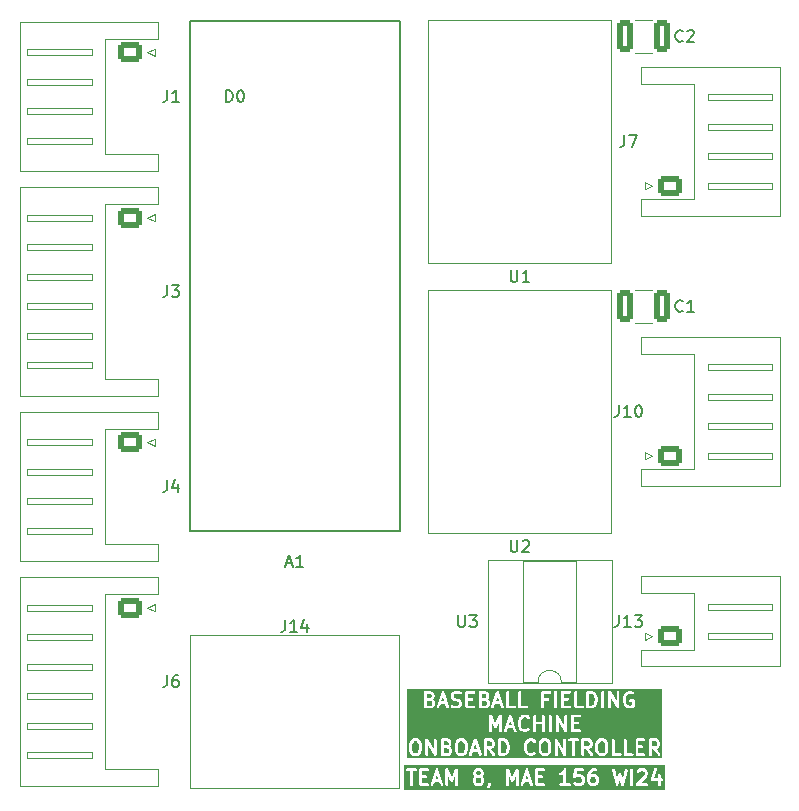
<source format=gto>
G04 #@! TF.GenerationSoftware,KiCad,Pcbnew,7.0.8*
G04 #@! TF.CreationDate,2024-02-22T02:02:49-08:00*
G04 #@! TF.ProjectId,oc_v1,6f635f76-312e-46b6-9963-61645f706362,0*
G04 #@! TF.SameCoordinates,Original*
G04 #@! TF.FileFunction,Legend,Top*
G04 #@! TF.FilePolarity,Positive*
%FSLAX46Y46*%
G04 Gerber Fmt 4.6, Leading zero omitted, Abs format (unit mm)*
G04 Created by KiCad (PCBNEW 7.0.8) date 2024-02-22 02:02:49*
%MOMM*%
%LPD*%
G01*
G04 APERTURE LIST*
G04 Aperture macros list*
%AMRoundRect*
0 Rectangle with rounded corners*
0 $1 Rounding radius*
0 $2 $3 $4 $5 $6 $7 $8 $9 X,Y pos of 4 corners*
0 Add a 4 corners polygon primitive as box body*
4,1,4,$2,$3,$4,$5,$6,$7,$8,$9,$2,$3,0*
0 Add four circle primitives for the rounded corners*
1,1,$1+$1,$2,$3*
1,1,$1+$1,$4,$5*
1,1,$1+$1,$6,$7*
1,1,$1+$1,$8,$9*
0 Add four rect primitives between the rounded corners*
20,1,$1+$1,$2,$3,$4,$5,0*
20,1,$1+$1,$4,$5,$6,$7,0*
20,1,$1+$1,$6,$7,$8,$9,0*
20,1,$1+$1,$8,$9,$2,$3,0*%
G04 Aperture macros list end*
%ADD10C,0.250000*%
%ADD11C,0.150000*%
%ADD12C,0.120000*%
%ADD13R,3.145000X3.145000*%
%ADD14C,3.145000*%
%ADD15RoundRect,0.250000X-0.412500X-1.100000X0.412500X-1.100000X0.412500X1.100000X-0.412500X1.100000X0*%
%ADD16RoundRect,0.250000X-0.725000X0.600000X-0.725000X-0.600000X0.725000X-0.600000X0.725000X0.600000X0*%
%ADD17O,1.950000X1.700000*%
%ADD18R,1.700000X1.700000*%
%ADD19O,1.700000X1.700000*%
%ADD20C,1.800000*%
%ADD21C,1.727200*%
%ADD22R,1.727200X1.727200*%
%ADD23RoundRect,0.250000X0.750000X-0.600000X0.750000X0.600000X-0.750000X0.600000X-0.750000X-0.600000X0*%
%ADD24O,2.000000X1.700000*%
%ADD25RoundRect,0.250000X0.725000X-0.600000X0.725000X0.600000X-0.725000X0.600000X-0.725000X-0.600000X0*%
%ADD26R,2.400000X1.600000*%
%ADD27O,2.400000X1.600000*%
G04 APERTURE END LIST*
D10*
G36*
X146532147Y-112311994D02*
G01*
X146562982Y-112342829D01*
X146600238Y-112417341D01*
X146600238Y-112596419D01*
X146562982Y-112670931D01*
X146532147Y-112701766D01*
X146457634Y-112739023D01*
X146278557Y-112739023D01*
X146204045Y-112701767D01*
X146173209Y-112670931D01*
X146135953Y-112596419D01*
X146135953Y-112417341D01*
X146173209Y-112342829D01*
X146204045Y-112311993D01*
X146278557Y-112274738D01*
X146457634Y-112274738D01*
X146532147Y-112311994D01*
G37*
G36*
X146532147Y-111776279D02*
G01*
X146562982Y-111807115D01*
X146600238Y-111881627D01*
X146600238Y-111882133D01*
X146562982Y-111956645D01*
X146532147Y-111987481D01*
X146457635Y-112024738D01*
X146278556Y-112024738D01*
X146204046Y-111987483D01*
X146173209Y-111956645D01*
X146135953Y-111882133D01*
X146135953Y-111881627D01*
X146173209Y-111807115D01*
X146204046Y-111776277D01*
X146278556Y-111739023D01*
X146457635Y-111739023D01*
X146532147Y-111776279D01*
G37*
G36*
X156234526Y-112252470D02*
G01*
X156265362Y-112283306D01*
X156302618Y-112357817D01*
X156302618Y-112596419D01*
X156265362Y-112670931D01*
X156234527Y-112701766D01*
X156160014Y-112739023D01*
X155980937Y-112739023D01*
X155906425Y-112701767D01*
X155875589Y-112670931D01*
X155838333Y-112596419D01*
X155838333Y-112357817D01*
X155875589Y-112283304D01*
X155906425Y-112252469D01*
X155980936Y-112215214D01*
X156160015Y-112215214D01*
X156234526Y-112252470D01*
G37*
G36*
X142980381Y-112381880D02*
G01*
X142731999Y-112381880D01*
X142856190Y-112009306D01*
X142980381Y-112381880D01*
G37*
G36*
X150599428Y-112381880D02*
G01*
X150351046Y-112381880D01*
X150475237Y-112009306D01*
X150599428Y-112381880D01*
G37*
G36*
X162146583Y-113345848D02*
G01*
X140053892Y-113345848D01*
X140053892Y-113016024D01*
X147079285Y-113016024D01*
X147084310Y-113086278D01*
X147126519Y-113142663D01*
X147192512Y-113167277D01*
X147261335Y-113152305D01*
X147289817Y-113130983D01*
X147349342Y-113071459D01*
X147350464Y-113069403D01*
X147352479Y-113068207D01*
X147372757Y-113038972D01*
X147432280Y-112919924D01*
X147434286Y-112908772D01*
X147440413Y-112899240D01*
X147445476Y-112864023D01*
X148683572Y-112864023D01*
X148703415Y-112931603D01*
X148756645Y-112977727D01*
X148826361Y-112987751D01*
X148890430Y-112958492D01*
X148928509Y-112899240D01*
X148933572Y-112864023D01*
X148933572Y-112177469D01*
X149111965Y-112559741D01*
X149123180Y-112572470D01*
X149130099Y-112587957D01*
X149145978Y-112598348D01*
X149158525Y-112612589D01*
X149174839Y-112617234D01*
X149189035Y-112626523D01*
X149208013Y-112626679D01*
X149226266Y-112631876D01*
X149242502Y-112626963D01*
X149259467Y-112627103D01*
X149275516Y-112616973D01*
X149293681Y-112611478D01*
X149304684Y-112598566D01*
X149319030Y-112589513D01*
X149338511Y-112559741D01*
X149516905Y-112177468D01*
X149516905Y-112864023D01*
X149536748Y-112931603D01*
X149589978Y-112977727D01*
X149659694Y-112987751D01*
X149723763Y-112958492D01*
X149761842Y-112899240D01*
X149762469Y-112894881D01*
X149937440Y-112894881D01*
X149973352Y-112955471D01*
X150036321Y-112987027D01*
X150106355Y-112979530D01*
X150161217Y-112935360D01*
X150177156Y-112903551D01*
X150267713Y-112631880D01*
X150682761Y-112631880D01*
X150773318Y-112903551D01*
X150813514Y-112961388D01*
X150878598Y-112988312D01*
X150947906Y-112975776D01*
X150999435Y-112927758D01*
X151015672Y-112864023D01*
X151183572Y-112864023D01*
X151186142Y-112872778D01*
X151184844Y-112881812D01*
X151195910Y-112906044D01*
X151203415Y-112931603D01*
X151210311Y-112937578D01*
X151214103Y-112945881D01*
X151236515Y-112960284D01*
X151256645Y-112977727D01*
X151265677Y-112979025D01*
X151273355Y-112983960D01*
X151308572Y-112989023D01*
X151903810Y-112989023D01*
X151971390Y-112969180D01*
X152017514Y-112915950D01*
X152027538Y-112846234D01*
X151998279Y-112782165D01*
X151939027Y-112744086D01*
X151903810Y-112739023D01*
X151433572Y-112739023D01*
X151433572Y-112334261D01*
X151725238Y-112334261D01*
X151792818Y-112314418D01*
X151838942Y-112261188D01*
X151848966Y-112191472D01*
X151819707Y-112127403D01*
X151760455Y-112089324D01*
X151725238Y-112084261D01*
X151433572Y-112084261D01*
X151433572Y-111975571D01*
X153207459Y-111975571D01*
X153229671Y-112042410D01*
X153284494Y-112086630D01*
X153354520Y-112094190D01*
X153388283Y-112082969D01*
X153507330Y-112023445D01*
X153509043Y-112021851D01*
X153511334Y-112021353D01*
X153539816Y-112000031D01*
X153564524Y-111975323D01*
X153564524Y-112739023D01*
X153332381Y-112739023D01*
X153264801Y-112758866D01*
X153218677Y-112812096D01*
X153208653Y-112881812D01*
X153237912Y-112945881D01*
X153297164Y-112983960D01*
X153332381Y-112989023D01*
X154046666Y-112989023D01*
X154114246Y-112969180D01*
X154160370Y-112915950D01*
X154170394Y-112846234D01*
X154141135Y-112782165D01*
X154081883Y-112744086D01*
X154046666Y-112739023D01*
X153814524Y-112739023D01*
X153814524Y-112736059D01*
X154398175Y-112736059D01*
X154413147Y-112804882D01*
X154434469Y-112833364D01*
X154493993Y-112892889D01*
X154496048Y-112894011D01*
X154497245Y-112896026D01*
X154526480Y-112916304D01*
X154645526Y-112975826D01*
X154656676Y-112977832D01*
X154666211Y-112983960D01*
X154701428Y-112989023D01*
X154999047Y-112989023D01*
X155009916Y-112985831D01*
X155021185Y-112987048D01*
X155054948Y-112975827D01*
X155173996Y-112916304D01*
X155175711Y-112914708D01*
X155178001Y-112914210D01*
X155206483Y-112892888D01*
X155266008Y-112833364D01*
X155267130Y-112831308D01*
X155269145Y-112830112D01*
X155289423Y-112800877D01*
X155348946Y-112681829D01*
X155350952Y-112670677D01*
X155357079Y-112661145D01*
X155362142Y-112625928D01*
X155588333Y-112625928D01*
X155591525Y-112636800D01*
X155590309Y-112648066D01*
X155601530Y-112681830D01*
X155661054Y-112800878D01*
X155662647Y-112802591D01*
X155663146Y-112804881D01*
X155684468Y-112833364D01*
X155743991Y-112892888D01*
X155746047Y-112894010D01*
X155747244Y-112896026D01*
X155776479Y-112916304D01*
X155895527Y-112975827D01*
X155906678Y-112977833D01*
X155916211Y-112983960D01*
X155951428Y-112989023D01*
X156189523Y-112989023D01*
X156200392Y-112985831D01*
X156211661Y-112987048D01*
X156245424Y-112975827D01*
X156364472Y-112916304D01*
X156366187Y-112914708D01*
X156368477Y-112914210D01*
X156396959Y-112892888D01*
X156456484Y-112833364D01*
X156457606Y-112831308D01*
X156459621Y-112830112D01*
X156479899Y-112800877D01*
X156539422Y-112681829D01*
X156541428Y-112670677D01*
X156547555Y-112661145D01*
X156552618Y-112625928D01*
X156552618Y-112328309D01*
X156549425Y-112317436D01*
X156550642Y-112306171D01*
X156539422Y-112272408D01*
X156479899Y-112153360D01*
X156478303Y-112151644D01*
X156477805Y-112149354D01*
X156456483Y-112120872D01*
X156396959Y-112061349D01*
X156394904Y-112060226D01*
X156393708Y-112058213D01*
X156364473Y-112037935D01*
X156245425Y-111978411D01*
X156234274Y-111976404D01*
X156224740Y-111970277D01*
X156189523Y-111965214D01*
X155951428Y-111965214D01*
X155940558Y-111968405D01*
X155929290Y-111967189D01*
X155895527Y-111978410D01*
X155883510Y-111984418D01*
X155888874Y-111962962D01*
X155989045Y-111812705D01*
X156025473Y-111776278D01*
X156099984Y-111739023D01*
X156308571Y-111739023D01*
X156376151Y-111719180D01*
X156422275Y-111665950D01*
X156430673Y-111607544D01*
X157671834Y-111607544D01*
X157675065Y-111642976D01*
X157972684Y-112892975D01*
X157975142Y-112897275D01*
X157975266Y-112902226D01*
X157992449Y-112927549D01*
X158007640Y-112954121D01*
X158012032Y-112956409D01*
X158014814Y-112960508D01*
X158042967Y-112972524D01*
X158070106Y-112986662D01*
X158075036Y-112986212D01*
X158079593Y-112988157D01*
X158109773Y-112983044D01*
X158140248Y-112980266D01*
X158144153Y-112977221D01*
X158149038Y-112976394D01*
X158171661Y-112955778D01*
X158195798Y-112936963D01*
X158197437Y-112932289D01*
X158201098Y-112928954D01*
X158215064Y-112896231D01*
X158332380Y-112456295D01*
X158449696Y-112896231D01*
X158452268Y-112900462D01*
X158452525Y-112905409D01*
X158470386Y-112930267D01*
X158486282Y-112956416D01*
X158490733Y-112958584D01*
X158493624Y-112962608D01*
X158522090Y-112973864D01*
X158549599Y-112987268D01*
X158554516Y-112986685D01*
X158559122Y-112988507D01*
X158589148Y-112982587D01*
X158619543Y-112978990D01*
X158623366Y-112975841D01*
X158628226Y-112974883D01*
X158650284Y-112953669D01*
X158673910Y-112934211D01*
X158675424Y-112929494D01*
X158678993Y-112926062D01*
X158692076Y-112892976D01*
X158698970Y-112864023D01*
X159219285Y-112864023D01*
X159239128Y-112931603D01*
X159292358Y-112977727D01*
X159362074Y-112987751D01*
X159426143Y-112958492D01*
X159464222Y-112899240D01*
X159466728Y-112881812D01*
X159696747Y-112881812D01*
X159702387Y-112894163D01*
X159703356Y-112907706D01*
X159716732Y-112925575D01*
X159726006Y-112945881D01*
X159737428Y-112953221D01*
X159745565Y-112964091D01*
X159766479Y-112971891D01*
X159785258Y-112983960D01*
X159807352Y-112987136D01*
X159811558Y-112988705D01*
X159814225Y-112988124D01*
X159820475Y-112989023D01*
X160594284Y-112989023D01*
X160661864Y-112969180D01*
X160707988Y-112915950D01*
X160718012Y-112846234D01*
X160688753Y-112782165D01*
X160629501Y-112744086D01*
X160594284Y-112739023D01*
X160122252Y-112739023D01*
X160396130Y-112465146D01*
X160946747Y-112465146D01*
X160949591Y-112471374D01*
X160949344Y-112478215D01*
X160964033Y-112502999D01*
X160976006Y-112529215D01*
X160981765Y-112532916D01*
X160985256Y-112538805D01*
X161011013Y-112551713D01*
X161035258Y-112567294D01*
X161044859Y-112568674D01*
X161048225Y-112570361D01*
X161053020Y-112569847D01*
X161070475Y-112572357D01*
X161540713Y-112572357D01*
X161540713Y-112864023D01*
X161560556Y-112931603D01*
X161613786Y-112977727D01*
X161683502Y-112987751D01*
X161747571Y-112958492D01*
X161785650Y-112899240D01*
X161790713Y-112864023D01*
X161790713Y-112572357D01*
X161844284Y-112572357D01*
X161911864Y-112552514D01*
X161957988Y-112499284D01*
X161968012Y-112429568D01*
X161938753Y-112365499D01*
X161879501Y-112327420D01*
X161844284Y-112322357D01*
X161790713Y-112322357D01*
X161790713Y-112030690D01*
X161770870Y-111963110D01*
X161717640Y-111916986D01*
X161647924Y-111906962D01*
X161583855Y-111936221D01*
X161545776Y-111995473D01*
X161540713Y-112030690D01*
X161540713Y-112322357D01*
X161243903Y-112322357D01*
X161486679Y-111594028D01*
X161489225Y-111523641D01*
X161453313Y-111463052D01*
X161390344Y-111431496D01*
X161320310Y-111438993D01*
X161265448Y-111483163D01*
X161249509Y-111514971D01*
X160951890Y-112407829D01*
X160950848Y-112436619D01*
X160946747Y-112465146D01*
X160396130Y-112465146D01*
X160623149Y-112238127D01*
X160628579Y-112228182D01*
X160637407Y-112221075D01*
X160653347Y-112189266D01*
X160712870Y-112010694D01*
X160712954Y-112008353D01*
X160714221Y-112006383D01*
X160719284Y-111971166D01*
X160719284Y-111852119D01*
X160716091Y-111841246D01*
X160717308Y-111829981D01*
X160706088Y-111796218D01*
X160646565Y-111677170D01*
X160644970Y-111675455D01*
X160644472Y-111673165D01*
X160623150Y-111644683D01*
X160563625Y-111585159D01*
X160561571Y-111584037D01*
X160560374Y-111582022D01*
X160531139Y-111561744D01*
X160412091Y-111502220D01*
X160400940Y-111500213D01*
X160391406Y-111494086D01*
X160356189Y-111489023D01*
X160058570Y-111489023D01*
X160047697Y-111492215D01*
X160036431Y-111490999D01*
X160002668Y-111502220D01*
X159883621Y-111561744D01*
X159881907Y-111563337D01*
X159879617Y-111563836D01*
X159851135Y-111585158D01*
X159791611Y-111644683D01*
X159757855Y-111706500D01*
X159762880Y-111776754D01*
X159805089Y-111833139D01*
X159871082Y-111857753D01*
X159939905Y-111842781D01*
X159968387Y-111821459D01*
X160013568Y-111776278D01*
X160088078Y-111739023D01*
X160326681Y-111739023D01*
X160401193Y-111776279D01*
X160432028Y-111807115D01*
X160469284Y-111881627D01*
X160469284Y-111950880D01*
X160425505Y-112082217D01*
X159732087Y-112775635D01*
X159721390Y-112795224D01*
X159706771Y-112812096D01*
X159704838Y-112825536D01*
X159698332Y-112837452D01*
X159699924Y-112859715D01*
X159696747Y-112881812D01*
X159466728Y-112881812D01*
X159469285Y-112864023D01*
X159469285Y-111614023D01*
X159449442Y-111546443D01*
X159396212Y-111500319D01*
X159326496Y-111490295D01*
X159262427Y-111519554D01*
X159224348Y-111578806D01*
X159219285Y-111614023D01*
X159219285Y-112864023D01*
X158698970Y-112864023D01*
X158989696Y-111642975D01*
X158986045Y-111572637D01*
X158944946Y-111515438D01*
X158879448Y-111489539D01*
X158810344Y-111503163D01*
X158759577Y-111551983D01*
X158746494Y-111585070D01*
X158563613Y-112353164D01*
X158453159Y-111938958D01*
X158451479Y-111936195D01*
X158451399Y-111932963D01*
X158433311Y-111906307D01*
X158416574Y-111878773D01*
X158413666Y-111877356D01*
X158411851Y-111874681D01*
X158382211Y-111862030D01*
X158353256Y-111847922D01*
X158350046Y-111848301D01*
X158347072Y-111847032D01*
X158315302Y-111852413D01*
X158283312Y-111856199D01*
X158280815Y-111858254D01*
X158277627Y-111858795D01*
X158253813Y-111880495D01*
X158228945Y-111900978D01*
X158227956Y-111904057D01*
X158225567Y-111906235D01*
X158211601Y-111938958D01*
X158101146Y-112353163D01*
X157918267Y-111585070D01*
X157883310Y-111523924D01*
X157820845Y-111491384D01*
X157750703Y-111497780D01*
X157695153Y-111541083D01*
X157671834Y-111607544D01*
X156430673Y-111607544D01*
X156432299Y-111596234D01*
X156403040Y-111532165D01*
X156343788Y-111494086D01*
X156308571Y-111489023D01*
X156070476Y-111489023D01*
X156059606Y-111492214D01*
X156048338Y-111490998D01*
X156014575Y-111502219D01*
X155895526Y-111561744D01*
X155893812Y-111563337D01*
X155891522Y-111563836D01*
X155863040Y-111585158D01*
X155803516Y-111644683D01*
X155801244Y-111648843D01*
X155787897Y-111663734D01*
X155668851Y-111842305D01*
X155667746Y-111845843D01*
X155665042Y-111848387D01*
X155651589Y-111881325D01*
X155592065Y-112119421D01*
X155592203Y-112122818D01*
X155588333Y-112149738D01*
X155588333Y-112625928D01*
X155362142Y-112625928D01*
X155362142Y-112328309D01*
X155358949Y-112317436D01*
X155360166Y-112306171D01*
X155348946Y-112272408D01*
X155289423Y-112153360D01*
X155287827Y-112151644D01*
X155287329Y-112149354D01*
X155266007Y-112120872D01*
X155206483Y-112061349D01*
X155204428Y-112060226D01*
X155203232Y-112058213D01*
X155173997Y-112037935D01*
X155054949Y-111978411D01*
X155043798Y-111976404D01*
X155034264Y-111970277D01*
X154999047Y-111965214D01*
X154701428Y-111965214D01*
X154690555Y-111968406D01*
X154679289Y-111967190D01*
X154672461Y-111969459D01*
X154695505Y-111739023D01*
X155177619Y-111739023D01*
X155245199Y-111719180D01*
X155291323Y-111665950D01*
X155301347Y-111596234D01*
X155272088Y-111532165D01*
X155212836Y-111494086D01*
X155177619Y-111489023D01*
X154582381Y-111489023D01*
X154579702Y-111489809D01*
X154576992Y-111489139D01*
X154546100Y-111499675D01*
X154514801Y-111508866D01*
X154512973Y-111510974D01*
X154510329Y-111511877D01*
X154490028Y-111537455D01*
X154468677Y-111562096D01*
X154468279Y-111564857D01*
X154466543Y-111567046D01*
X154458001Y-111601585D01*
X154398477Y-112196823D01*
X154403716Y-112224679D01*
X154405738Y-112252943D01*
X154410138Y-112258822D01*
X154411497Y-112266042D01*
X154430963Y-112286640D01*
X154447946Y-112309328D01*
X154454828Y-112311895D01*
X154459874Y-112317234D01*
X154487385Y-112324038D01*
X154513939Y-112333943D01*
X154521116Y-112332381D01*
X154528246Y-112334145D01*
X154555065Y-112324996D01*
X154582762Y-112318972D01*
X154591161Y-112312684D01*
X154594909Y-112311406D01*
X154597895Y-112307643D01*
X154611245Y-112297650D01*
X154656426Y-112252469D01*
X154730936Y-112215214D01*
X154969539Y-112215214D01*
X155044050Y-112252470D01*
X155074886Y-112283306D01*
X155112142Y-112357817D01*
X155112142Y-112596419D01*
X155074886Y-112670931D01*
X155044051Y-112701766D01*
X154969538Y-112739023D01*
X154730937Y-112739023D01*
X154656425Y-112701767D01*
X154611245Y-112656588D01*
X154549428Y-112622832D01*
X154479174Y-112627857D01*
X154422789Y-112670066D01*
X154398175Y-112736059D01*
X153814524Y-112736059D01*
X153814524Y-111614023D01*
X153804893Y-111581225D01*
X153795802Y-111548219D01*
X153794988Y-111547489D01*
X153794681Y-111546443D01*
X153768861Y-111524070D01*
X153743355Y-111501207D01*
X153742275Y-111501033D01*
X153741451Y-111500319D01*
X153707625Y-111495455D01*
X153673816Y-111490013D01*
X153672814Y-111490450D01*
X153671735Y-111490295D01*
X153640657Y-111504487D01*
X153609265Y-111518191D01*
X153608304Y-111519262D01*
X153607666Y-111519554D01*
X153606710Y-111521041D01*
X153585518Y-111544685D01*
X153473336Y-111712957D01*
X153377382Y-111808911D01*
X153276479Y-111859363D01*
X153224908Y-111907334D01*
X153207459Y-111975571D01*
X151433572Y-111975571D01*
X151433572Y-111739023D01*
X151903810Y-111739023D01*
X151971390Y-111719180D01*
X152017514Y-111665950D01*
X152027538Y-111596234D01*
X151998279Y-111532165D01*
X151939027Y-111494086D01*
X151903810Y-111489023D01*
X151308572Y-111489023D01*
X151299816Y-111491593D01*
X151290783Y-111490295D01*
X151266550Y-111501361D01*
X151240992Y-111508866D01*
X151235016Y-111515762D01*
X151226714Y-111519554D01*
X151212310Y-111541966D01*
X151194868Y-111562096D01*
X151193569Y-111571128D01*
X151188635Y-111578806D01*
X151183572Y-111614023D01*
X151183572Y-112864023D01*
X151015672Y-112864023D01*
X151016823Y-112859505D01*
X151010489Y-112824494D01*
X150593823Y-111574495D01*
X150576203Y-111549141D01*
X150560457Y-111522575D01*
X150556289Y-111520486D01*
X150553628Y-111516657D01*
X150525090Y-111504851D01*
X150497488Y-111491019D01*
X150492852Y-111491515D01*
X150488544Y-111489733D01*
X150458161Y-111495228D01*
X150427454Y-111498516D01*
X150423821Y-111501440D01*
X150419236Y-111502270D01*
X150396653Y-111523313D01*
X150372592Y-111542686D01*
X150369724Y-111548407D01*
X150367707Y-111550288D01*
X150366594Y-111554654D01*
X150356653Y-111574494D01*
X149939986Y-112824495D01*
X149937440Y-112894881D01*
X149762469Y-112894881D01*
X149766905Y-112864023D01*
X149766905Y-111614023D01*
X149764479Y-111605763D01*
X149765775Y-111597253D01*
X149754707Y-111572480D01*
X149747062Y-111546443D01*
X149740555Y-111540804D01*
X149737044Y-111532946D01*
X149714339Y-111518088D01*
X149693832Y-111500319D01*
X149685311Y-111499093D01*
X149678108Y-111494380D01*
X149650975Y-111494156D01*
X149624116Y-111490295D01*
X149616283Y-111493871D01*
X149607676Y-111493801D01*
X149584732Y-111508280D01*
X149560047Y-111519554D01*
X149555392Y-111526797D01*
X149548113Y-111531391D01*
X149528632Y-111561163D01*
X149225238Y-112211291D01*
X148921845Y-111561162D01*
X148916154Y-111554702D01*
X148913729Y-111546443D01*
X148893222Y-111528674D01*
X148875285Y-111508314D01*
X148867005Y-111505956D01*
X148860499Y-111500319D01*
X148833641Y-111496457D01*
X148807544Y-111489027D01*
X148799304Y-111491520D01*
X148790783Y-111490295D01*
X148766102Y-111501566D01*
X148740129Y-111509425D01*
X148734544Y-111515977D01*
X148726714Y-111519554D01*
X148712044Y-111542379D01*
X148694444Y-111563033D01*
X148693288Y-111571564D01*
X148688635Y-111578806D01*
X148683572Y-111614023D01*
X148683572Y-112864023D01*
X147445476Y-112864023D01*
X147445476Y-112804500D01*
X147425633Y-112736920D01*
X147372403Y-112690796D01*
X147302687Y-112680772D01*
X147238618Y-112710031D01*
X147200539Y-112769283D01*
X147195476Y-112804500D01*
X147195476Y-112834514D01*
X147158220Y-112909026D01*
X147113041Y-112954207D01*
X147079285Y-113016024D01*
X140053892Y-113016024D01*
X140053892Y-111631812D01*
X140232463Y-111631812D01*
X140261722Y-111695881D01*
X140320974Y-111733960D01*
X140356191Y-111739023D01*
X140588334Y-111739023D01*
X140588334Y-112864023D01*
X140608177Y-112931603D01*
X140661407Y-112977727D01*
X140731123Y-112987751D01*
X140795192Y-112958492D01*
X140833271Y-112899240D01*
X140838334Y-112864023D01*
X141362144Y-112864023D01*
X141364714Y-112872778D01*
X141363416Y-112881812D01*
X141374482Y-112906044D01*
X141381987Y-112931603D01*
X141388883Y-112937578D01*
X141392675Y-112945881D01*
X141415087Y-112960284D01*
X141435217Y-112977727D01*
X141444249Y-112979025D01*
X141451927Y-112983960D01*
X141487144Y-112989023D01*
X142082382Y-112989023D01*
X142149962Y-112969180D01*
X142196086Y-112915950D01*
X142199115Y-112894881D01*
X142318393Y-112894881D01*
X142354305Y-112955471D01*
X142417274Y-112987027D01*
X142487308Y-112979530D01*
X142542170Y-112935360D01*
X142558109Y-112903551D01*
X142648666Y-112631880D01*
X143063714Y-112631880D01*
X143154271Y-112903551D01*
X143194467Y-112961388D01*
X143259551Y-112988312D01*
X143328859Y-112975776D01*
X143380388Y-112927758D01*
X143396625Y-112864023D01*
X143564525Y-112864023D01*
X143584368Y-112931603D01*
X143637598Y-112977727D01*
X143707314Y-112987751D01*
X143771383Y-112958492D01*
X143809462Y-112899240D01*
X143814525Y-112864023D01*
X143814525Y-112177469D01*
X143992918Y-112559741D01*
X144004133Y-112572470D01*
X144011052Y-112587957D01*
X144026931Y-112598348D01*
X144039478Y-112612589D01*
X144055792Y-112617234D01*
X144069988Y-112626523D01*
X144088966Y-112626679D01*
X144107219Y-112631876D01*
X144123455Y-112626963D01*
X144140420Y-112627103D01*
X144156469Y-112616973D01*
X144174634Y-112611478D01*
X144185637Y-112598566D01*
X144199983Y-112589513D01*
X144219464Y-112559741D01*
X144397858Y-112177468D01*
X144397858Y-112864023D01*
X144417701Y-112931603D01*
X144470931Y-112977727D01*
X144540647Y-112987751D01*
X144604716Y-112958492D01*
X144642795Y-112899240D01*
X144647858Y-112864023D01*
X144647858Y-112625928D01*
X145885953Y-112625928D01*
X145889145Y-112636800D01*
X145887929Y-112648066D01*
X145899150Y-112681830D01*
X145958674Y-112800878D01*
X145960267Y-112802591D01*
X145960766Y-112804881D01*
X145982088Y-112833364D01*
X146041611Y-112892888D01*
X146043667Y-112894010D01*
X146044864Y-112896026D01*
X146074099Y-112916304D01*
X146193147Y-112975827D01*
X146204298Y-112977833D01*
X146213831Y-112983960D01*
X146249048Y-112989023D01*
X146487143Y-112989023D01*
X146498012Y-112985831D01*
X146509281Y-112987048D01*
X146543044Y-112975827D01*
X146662092Y-112916304D01*
X146663807Y-112914708D01*
X146666097Y-112914210D01*
X146694579Y-112892888D01*
X146754104Y-112833364D01*
X146755226Y-112831308D01*
X146757241Y-112830112D01*
X146777519Y-112800877D01*
X146837042Y-112681829D01*
X146839048Y-112670677D01*
X146845175Y-112661145D01*
X146850238Y-112625928D01*
X146850238Y-112387833D01*
X146847045Y-112376960D01*
X146848262Y-112365695D01*
X146837042Y-112331932D01*
X146777519Y-112212884D01*
X146775924Y-112211169D01*
X146775426Y-112208879D01*
X146754104Y-112180397D01*
X146723443Y-112149737D01*
X146754104Y-112119078D01*
X146755226Y-112117022D01*
X146757241Y-112115826D01*
X146777519Y-112086591D01*
X146837042Y-111967543D01*
X146839048Y-111956391D01*
X146845175Y-111946859D01*
X146850238Y-111911642D01*
X146850238Y-111852119D01*
X146847045Y-111841246D01*
X146848262Y-111829981D01*
X146837042Y-111796218D01*
X146777519Y-111677170D01*
X146775924Y-111675455D01*
X146775426Y-111673165D01*
X146754104Y-111644683D01*
X146694579Y-111585159D01*
X146692525Y-111584037D01*
X146691328Y-111582022D01*
X146662093Y-111561744D01*
X146543045Y-111502220D01*
X146531894Y-111500213D01*
X146522360Y-111494086D01*
X146487143Y-111489023D01*
X146249048Y-111489023D01*
X146238178Y-111492214D01*
X146226910Y-111490998D01*
X146193147Y-111502219D01*
X146074098Y-111561744D01*
X146072383Y-111563338D01*
X146070093Y-111563837D01*
X146041611Y-111585159D01*
X145982088Y-111644683D01*
X145980965Y-111646737D01*
X145978952Y-111647934D01*
X145958674Y-111677169D01*
X145899150Y-111796217D01*
X145897143Y-111807367D01*
X145891016Y-111816902D01*
X145885953Y-111852119D01*
X145885953Y-111911642D01*
X145889145Y-111922514D01*
X145887929Y-111933780D01*
X145899150Y-111967544D01*
X145958674Y-112086592D01*
X145960267Y-112088305D01*
X145960766Y-112090595D01*
X145982088Y-112119078D01*
X146012746Y-112149737D01*
X145982088Y-112180397D01*
X145980965Y-112182451D01*
X145978952Y-112183648D01*
X145958674Y-112212883D01*
X145899150Y-112331931D01*
X145897143Y-112343081D01*
X145891016Y-112352616D01*
X145885953Y-112387833D01*
X145885953Y-112625928D01*
X144647858Y-112625928D01*
X144647858Y-111614023D01*
X144645432Y-111605763D01*
X144646728Y-111597253D01*
X144635660Y-111572480D01*
X144628015Y-111546443D01*
X144621508Y-111540804D01*
X144617997Y-111532946D01*
X144595292Y-111518088D01*
X144574785Y-111500319D01*
X144566264Y-111499093D01*
X144559061Y-111494380D01*
X144531928Y-111494156D01*
X144505069Y-111490295D01*
X144497236Y-111493871D01*
X144488629Y-111493801D01*
X144465685Y-111508280D01*
X144441000Y-111519554D01*
X144436345Y-111526797D01*
X144429066Y-111531391D01*
X144409585Y-111561163D01*
X144106191Y-112211291D01*
X143802798Y-111561162D01*
X143797107Y-111554702D01*
X143794682Y-111546443D01*
X143774175Y-111528674D01*
X143756238Y-111508314D01*
X143747958Y-111505956D01*
X143741452Y-111500319D01*
X143714594Y-111496457D01*
X143688497Y-111489027D01*
X143680257Y-111491520D01*
X143671736Y-111490295D01*
X143647055Y-111501566D01*
X143621082Y-111509425D01*
X143615497Y-111515977D01*
X143607667Y-111519554D01*
X143592997Y-111542379D01*
X143575397Y-111563033D01*
X143574241Y-111571564D01*
X143569588Y-111578806D01*
X143564525Y-111614023D01*
X143564525Y-112864023D01*
X143396625Y-112864023D01*
X143397776Y-112859505D01*
X143391442Y-112824494D01*
X142974776Y-111574495D01*
X142957156Y-111549141D01*
X142941410Y-111522575D01*
X142937242Y-111520486D01*
X142934581Y-111516657D01*
X142906043Y-111504851D01*
X142878441Y-111491019D01*
X142873805Y-111491515D01*
X142869497Y-111489733D01*
X142839114Y-111495228D01*
X142808407Y-111498516D01*
X142804774Y-111501440D01*
X142800189Y-111502270D01*
X142777606Y-111523313D01*
X142753545Y-111542686D01*
X142750677Y-111548407D01*
X142748660Y-111550288D01*
X142747547Y-111554654D01*
X142737606Y-111574494D01*
X142320939Y-112824495D01*
X142318393Y-112894881D01*
X142199115Y-112894881D01*
X142206110Y-112846234D01*
X142176851Y-112782165D01*
X142117599Y-112744086D01*
X142082382Y-112739023D01*
X141612144Y-112739023D01*
X141612144Y-112334261D01*
X141903810Y-112334261D01*
X141971390Y-112314418D01*
X142017514Y-112261188D01*
X142027538Y-112191472D01*
X141998279Y-112127403D01*
X141939027Y-112089324D01*
X141903810Y-112084261D01*
X141612144Y-112084261D01*
X141612144Y-111739023D01*
X142082382Y-111739023D01*
X142149962Y-111719180D01*
X142196086Y-111665950D01*
X142206110Y-111596234D01*
X142176851Y-111532165D01*
X142117599Y-111494086D01*
X142082382Y-111489023D01*
X141487144Y-111489023D01*
X141478388Y-111491593D01*
X141469355Y-111490295D01*
X141445122Y-111501361D01*
X141419564Y-111508866D01*
X141413588Y-111515762D01*
X141405286Y-111519554D01*
X141390882Y-111541966D01*
X141373440Y-111562096D01*
X141372141Y-111571128D01*
X141367207Y-111578806D01*
X141362144Y-111614023D01*
X141362144Y-112864023D01*
X140838334Y-112864023D01*
X140838334Y-111739023D01*
X141070477Y-111739023D01*
X141138057Y-111719180D01*
X141184181Y-111665950D01*
X141194205Y-111596234D01*
X141164946Y-111532165D01*
X141105694Y-111494086D01*
X141070477Y-111489023D01*
X140356191Y-111489023D01*
X140288611Y-111508866D01*
X140242487Y-111562096D01*
X140232463Y-111631812D01*
X140053892Y-111631812D01*
X140053892Y-111252925D01*
X162146583Y-111252925D01*
X162146583Y-113345848D01*
G37*
G36*
X141204763Y-109236278D02*
G01*
X141284985Y-109316500D01*
X141332380Y-109506079D01*
X141332380Y-109891967D01*
X141284985Y-110081546D01*
X141204764Y-110161767D01*
X141130252Y-110199023D01*
X140951175Y-110199023D01*
X140876662Y-110161767D01*
X140796441Y-110081545D01*
X140749047Y-109891967D01*
X140749047Y-109506079D01*
X140796441Y-109316501D01*
X140876664Y-109236277D01*
X140951174Y-109199023D01*
X141130253Y-109199023D01*
X141204763Y-109236278D01*
G37*
G36*
X143830332Y-109838038D02*
G01*
X143854648Y-109862354D01*
X143891904Y-109936865D01*
X143891904Y-110056420D01*
X143854648Y-110130930D01*
X143823811Y-110161767D01*
X143749300Y-110199023D01*
X143427619Y-110199023D01*
X143427619Y-109794261D01*
X143699002Y-109794261D01*
X143830332Y-109838038D01*
G37*
G36*
X143764289Y-109236279D02*
G01*
X143795124Y-109267115D01*
X143832380Y-109341627D01*
X143832380Y-109401657D01*
X143795124Y-109476169D01*
X143764289Y-109507004D01*
X143689776Y-109544261D01*
X143427619Y-109544261D01*
X143427619Y-109199023D01*
X143689777Y-109199023D01*
X143764289Y-109236279D01*
G37*
G36*
X145073811Y-109236278D02*
G01*
X145154033Y-109316500D01*
X145201428Y-109506079D01*
X145201428Y-109891967D01*
X145154033Y-110081546D01*
X145073812Y-110161767D01*
X144999300Y-110199023D01*
X144820223Y-110199023D01*
X144745710Y-110161767D01*
X144665489Y-110081545D01*
X144618095Y-109891967D01*
X144618095Y-109506079D01*
X144665489Y-109316501D01*
X144745712Y-109236277D01*
X144820222Y-109199023D01*
X144999301Y-109199023D01*
X145073811Y-109236278D01*
G37*
G36*
X148592239Y-109242800D02*
G01*
X148676077Y-109326639D01*
X148720392Y-109415270D01*
X148772857Y-109625127D01*
X148772857Y-109772919D01*
X148720392Y-109982775D01*
X148676077Y-110071407D01*
X148592239Y-110155246D01*
X148460906Y-110199023D01*
X148308572Y-110199023D01*
X148308572Y-109199023D01*
X148460907Y-109199023D01*
X148592239Y-109242800D01*
G37*
G36*
X152157145Y-109236278D02*
G01*
X152237367Y-109316500D01*
X152284762Y-109506079D01*
X152284762Y-109891967D01*
X152237367Y-110081546D01*
X152157146Y-110161767D01*
X152082634Y-110199023D01*
X151903557Y-110199023D01*
X151829044Y-110161767D01*
X151748823Y-110081545D01*
X151701429Y-109891967D01*
X151701429Y-109506079D01*
X151748823Y-109316501D01*
X151829046Y-109236277D01*
X151903556Y-109199023D01*
X152082635Y-109199023D01*
X152157145Y-109236278D01*
G37*
G36*
X156978574Y-109236278D02*
G01*
X157058796Y-109316500D01*
X157106191Y-109506079D01*
X157106191Y-109891967D01*
X157058796Y-110081546D01*
X156978575Y-110161767D01*
X156904063Y-110199023D01*
X156724986Y-110199023D01*
X156650473Y-110161767D01*
X156570252Y-110081545D01*
X156522858Y-109891967D01*
X156522858Y-109506079D01*
X156570252Y-109316501D01*
X156650475Y-109236277D01*
X156724985Y-109199023D01*
X156904064Y-109199023D01*
X156978574Y-109236278D01*
G37*
G36*
X146224428Y-109841880D02*
G01*
X145976046Y-109841880D01*
X146100237Y-109469306D01*
X146224428Y-109841880D01*
G37*
G36*
X147454764Y-109236278D02*
G01*
X147485601Y-109267116D01*
X147522857Y-109341627D01*
X147522857Y-109461182D01*
X147485601Y-109535692D01*
X147454766Y-109566528D01*
X147380254Y-109603785D01*
X147058572Y-109603785D01*
X147058572Y-109199023D01*
X147380254Y-109199023D01*
X147454764Y-109236278D01*
G37*
G36*
X155728574Y-109236278D02*
G01*
X155759411Y-109267116D01*
X155796667Y-109341627D01*
X155796667Y-109461182D01*
X155759411Y-109535692D01*
X155728576Y-109566528D01*
X155654064Y-109603785D01*
X155332382Y-109603785D01*
X155332382Y-109199023D01*
X155654064Y-109199023D01*
X155728574Y-109236278D01*
G37*
G36*
X161442860Y-109236278D02*
G01*
X161473697Y-109267116D01*
X161510953Y-109341627D01*
X161510953Y-109461182D01*
X161473697Y-109535692D01*
X161442862Y-109566528D01*
X161368350Y-109603785D01*
X161046668Y-109603785D01*
X161046668Y-109199023D01*
X161368350Y-109199023D01*
X161442860Y-109236278D01*
G37*
G36*
X149170856Y-107829380D02*
G01*
X148922474Y-107829380D01*
X149046665Y-107456806D01*
X149170856Y-107829380D01*
G37*
G36*
X142401760Y-105813038D02*
G01*
X142426076Y-105837354D01*
X142463332Y-105911865D01*
X142463332Y-106031420D01*
X142426076Y-106105930D01*
X142395239Y-106136767D01*
X142320728Y-106174023D01*
X141999047Y-106174023D01*
X141999047Y-105769261D01*
X142270430Y-105769261D01*
X142401760Y-105813038D01*
G37*
G36*
X142335717Y-105211279D02*
G01*
X142366552Y-105242115D01*
X142403808Y-105316627D01*
X142403808Y-105376657D01*
X142366552Y-105451169D01*
X142335717Y-105482004D01*
X142261204Y-105519261D01*
X141999047Y-105519261D01*
X141999047Y-105174023D01*
X142261205Y-105174023D01*
X142335717Y-105211279D01*
G37*
G36*
X147044617Y-105813038D02*
G01*
X147068933Y-105837354D01*
X147106189Y-105911865D01*
X147106189Y-106031420D01*
X147068933Y-106105930D01*
X147038096Y-106136767D01*
X146963585Y-106174023D01*
X146641904Y-106174023D01*
X146641904Y-105769261D01*
X146913287Y-105769261D01*
X147044617Y-105813038D01*
G37*
G36*
X146978574Y-105211279D02*
G01*
X147009409Y-105242115D01*
X147046665Y-105316627D01*
X147046665Y-105376657D01*
X147009409Y-105451169D01*
X146978574Y-105482004D01*
X146904061Y-105519261D01*
X146641904Y-105519261D01*
X146641904Y-105174023D01*
X146904062Y-105174023D01*
X146978574Y-105211279D01*
G37*
G36*
X156032715Y-105217800D02*
G01*
X156116553Y-105301639D01*
X156160868Y-105390270D01*
X156213333Y-105600127D01*
X156213333Y-105747919D01*
X156160868Y-105957775D01*
X156116553Y-106046407D01*
X156032715Y-106130246D01*
X155901382Y-106174023D01*
X155749048Y-106174023D01*
X155749048Y-105174023D01*
X155901383Y-105174023D01*
X156032715Y-105217800D01*
G37*
G36*
X143486332Y-105816880D02*
G01*
X143237950Y-105816880D01*
X143362141Y-105444306D01*
X143486332Y-105816880D01*
G37*
G36*
X148129189Y-105816880D02*
G01*
X147880807Y-105816880D01*
X148004998Y-105444306D01*
X148129189Y-105816880D01*
G37*
G36*
X161939524Y-110627594D02*
G01*
X140320476Y-110627594D01*
X140320476Y-109907357D01*
X140499047Y-109907357D01*
X140500005Y-109910619D01*
X140502779Y-109937674D01*
X140562303Y-110175769D01*
X140570440Y-110189640D01*
X140573860Y-110205358D01*
X140595182Y-110233840D01*
X140714230Y-110352888D01*
X140716284Y-110354009D01*
X140717482Y-110356026D01*
X140746717Y-110376304D01*
X140865765Y-110435827D01*
X140876916Y-110437833D01*
X140886449Y-110443960D01*
X140921666Y-110449023D01*
X141159761Y-110449023D01*
X141170630Y-110445831D01*
X141181899Y-110447048D01*
X141215662Y-110435827D01*
X141334710Y-110376304D01*
X141336425Y-110374708D01*
X141338716Y-110374210D01*
X141367198Y-110352888D01*
X141396063Y-110324023D01*
X141868095Y-110324023D01*
X141887938Y-110391603D01*
X141941168Y-110437727D01*
X142010884Y-110447751D01*
X142074953Y-110418492D01*
X142113032Y-110359240D01*
X142118095Y-110324023D01*
X142118095Y-109544718D01*
X142598850Y-110386041D01*
X142601274Y-110388373D01*
X142602223Y-110391603D01*
X142626471Y-110412614D01*
X142649607Y-110434872D01*
X142652910Y-110435523D01*
X142655453Y-110437727D01*
X142687214Y-110442293D01*
X142718708Y-110448509D01*
X142721838Y-110447272D01*
X142725169Y-110447751D01*
X142754352Y-110434423D01*
X142784212Y-110422624D01*
X142786177Y-110419889D01*
X142789238Y-110418492D01*
X142806581Y-110391504D01*
X142825323Y-110365433D01*
X142825498Y-110362070D01*
X142827317Y-110359240D01*
X142832380Y-110324023D01*
X143177619Y-110324023D01*
X143180189Y-110332778D01*
X143178891Y-110341812D01*
X143189957Y-110366044D01*
X143197462Y-110391603D01*
X143204358Y-110397578D01*
X143208150Y-110405881D01*
X143230562Y-110420284D01*
X143250692Y-110437727D01*
X143259724Y-110439025D01*
X143267402Y-110443960D01*
X143302619Y-110449023D01*
X143778809Y-110449023D01*
X143789678Y-110445831D01*
X143800947Y-110447048D01*
X143834710Y-110435827D01*
X143953758Y-110376304D01*
X143955473Y-110374708D01*
X143957764Y-110374210D01*
X143986246Y-110352888D01*
X144045769Y-110293364D01*
X144046891Y-110291307D01*
X144048905Y-110290112D01*
X144069183Y-110260878D01*
X144128708Y-110141829D01*
X144130714Y-110130677D01*
X144136841Y-110121145D01*
X144141904Y-110085928D01*
X144141904Y-109907357D01*
X144368095Y-109907357D01*
X144369053Y-109910619D01*
X144371827Y-109937674D01*
X144431351Y-110175769D01*
X144439488Y-110189640D01*
X144442908Y-110205358D01*
X144464230Y-110233840D01*
X144583278Y-110352888D01*
X144585332Y-110354009D01*
X144586530Y-110356026D01*
X144615765Y-110376304D01*
X144734813Y-110435827D01*
X144745964Y-110437833D01*
X144755497Y-110443960D01*
X144790714Y-110449023D01*
X145028809Y-110449023D01*
X145039678Y-110445831D01*
X145050947Y-110447048D01*
X145084710Y-110435827D01*
X145203758Y-110376304D01*
X145205473Y-110374708D01*
X145207764Y-110374210D01*
X145233584Y-110354881D01*
X145562440Y-110354881D01*
X145598352Y-110415471D01*
X145661321Y-110447027D01*
X145731355Y-110439530D01*
X145786217Y-110395360D01*
X145802156Y-110363551D01*
X145892713Y-110091880D01*
X146307761Y-110091880D01*
X146398318Y-110363551D01*
X146438514Y-110421388D01*
X146503598Y-110448312D01*
X146572906Y-110435776D01*
X146624435Y-110387758D01*
X146640672Y-110324023D01*
X146808572Y-110324023D01*
X146828415Y-110391603D01*
X146881645Y-110437727D01*
X146951361Y-110447751D01*
X147015430Y-110418492D01*
X147053509Y-110359240D01*
X147058572Y-110324023D01*
X147058572Y-109853785D01*
X147166109Y-109853785D01*
X147545453Y-110395706D01*
X147600463Y-110439690D01*
X147670521Y-110446951D01*
X147733383Y-110415183D01*
X147769092Y-110354472D01*
X147767888Y-110324023D01*
X148058572Y-110324023D01*
X148061142Y-110332778D01*
X148059844Y-110341812D01*
X148070910Y-110366044D01*
X148078415Y-110391603D01*
X148085311Y-110397578D01*
X148089103Y-110405881D01*
X148111515Y-110420284D01*
X148131645Y-110437727D01*
X148140677Y-110439025D01*
X148148355Y-110443960D01*
X148183572Y-110449023D01*
X148481191Y-110449023D01*
X148483437Y-110448363D01*
X148485708Y-110448942D01*
X148520719Y-110442609D01*
X148699290Y-110383086D01*
X148708595Y-110376618D01*
X148719668Y-110374210D01*
X148748150Y-110352888D01*
X148867198Y-110233841D01*
X148868320Y-110231784D01*
X148870336Y-110230588D01*
X148890614Y-110201353D01*
X148950137Y-110082305D01*
X148950913Y-110077992D01*
X148959601Y-110056721D01*
X149019125Y-109818626D01*
X149018986Y-109815228D01*
X149022857Y-109788309D01*
X150201429Y-109788309D01*
X150202387Y-109791571D01*
X150205161Y-109818626D01*
X150264685Y-110056721D01*
X150266902Y-110060500D01*
X150274149Y-110082305D01*
X150333672Y-110201353D01*
X150335267Y-110203068D01*
X150335766Y-110205358D01*
X150357088Y-110233840D01*
X150476135Y-110352888D01*
X150486079Y-110358318D01*
X150493187Y-110367146D01*
X150524996Y-110383086D01*
X150703567Y-110442608D01*
X150705905Y-110442692D01*
X150707878Y-110443960D01*
X150743095Y-110449023D01*
X150862143Y-110449023D01*
X150864389Y-110448363D01*
X150866660Y-110448942D01*
X150901671Y-110442609D01*
X151080242Y-110383086D01*
X151089547Y-110376618D01*
X151100620Y-110374210D01*
X151129102Y-110352888D01*
X151188627Y-110293364D01*
X151222382Y-110231547D01*
X151217357Y-110161293D01*
X151175148Y-110104908D01*
X151109156Y-110080294D01*
X151040332Y-110095265D01*
X151011850Y-110116587D01*
X150973191Y-110155246D01*
X150841858Y-110199023D01*
X150763381Y-110199023D01*
X150632046Y-110155245D01*
X150548209Y-110071409D01*
X150503893Y-109982775D01*
X150485038Y-109907357D01*
X151451429Y-109907357D01*
X151452387Y-109910619D01*
X151455161Y-109937674D01*
X151514685Y-110175769D01*
X151522822Y-110189640D01*
X151526242Y-110205358D01*
X151547564Y-110233840D01*
X151666612Y-110352888D01*
X151668666Y-110354009D01*
X151669864Y-110356026D01*
X151699099Y-110376304D01*
X151818147Y-110435827D01*
X151829298Y-110437833D01*
X151838831Y-110443960D01*
X151874048Y-110449023D01*
X152112143Y-110449023D01*
X152123012Y-110445831D01*
X152134281Y-110447048D01*
X152168044Y-110435827D01*
X152287092Y-110376304D01*
X152288807Y-110374708D01*
X152291098Y-110374210D01*
X152319580Y-110352888D01*
X152348445Y-110324023D01*
X152820477Y-110324023D01*
X152840320Y-110391603D01*
X152893550Y-110437727D01*
X152963266Y-110447751D01*
X153027335Y-110418492D01*
X153065414Y-110359240D01*
X153070477Y-110324023D01*
X153070477Y-109544718D01*
X153551232Y-110386041D01*
X153553656Y-110388373D01*
X153554605Y-110391603D01*
X153578853Y-110412614D01*
X153601989Y-110434872D01*
X153605292Y-110435523D01*
X153607835Y-110437727D01*
X153639596Y-110442293D01*
X153671090Y-110448509D01*
X153674220Y-110447272D01*
X153677551Y-110447751D01*
X153706734Y-110434423D01*
X153736594Y-110422624D01*
X153738559Y-110419889D01*
X153741620Y-110418492D01*
X153758963Y-110391504D01*
X153777705Y-110365433D01*
X153777880Y-110362070D01*
X153779699Y-110359240D01*
X153784762Y-110324023D01*
X153784762Y-109091812D01*
X153952701Y-109091812D01*
X153981960Y-109155881D01*
X154041212Y-109193960D01*
X154076429Y-109199023D01*
X154308572Y-109199023D01*
X154308572Y-110324023D01*
X154328415Y-110391603D01*
X154381645Y-110437727D01*
X154451361Y-110447751D01*
X154515430Y-110418492D01*
X154553509Y-110359240D01*
X154558572Y-110324023D01*
X155082382Y-110324023D01*
X155102225Y-110391603D01*
X155155455Y-110437727D01*
X155225171Y-110447751D01*
X155289240Y-110418492D01*
X155327319Y-110359240D01*
X155332382Y-110324023D01*
X155332382Y-109853785D01*
X155439919Y-109853785D01*
X155819263Y-110395706D01*
X155874273Y-110439690D01*
X155944331Y-110446951D01*
X156007193Y-110415183D01*
X156042902Y-110354472D01*
X156040119Y-110284094D01*
X156024071Y-110252340D01*
X155782583Y-109907357D01*
X156272858Y-109907357D01*
X156273816Y-109910619D01*
X156276590Y-109937674D01*
X156336114Y-110175769D01*
X156344251Y-110189640D01*
X156347671Y-110205358D01*
X156368993Y-110233840D01*
X156488041Y-110352888D01*
X156490095Y-110354009D01*
X156491293Y-110356026D01*
X156520528Y-110376304D01*
X156639576Y-110435827D01*
X156650727Y-110437833D01*
X156660260Y-110443960D01*
X156695477Y-110449023D01*
X156933572Y-110449023D01*
X156944441Y-110445831D01*
X156955710Y-110447048D01*
X156989473Y-110435827D01*
X157108521Y-110376304D01*
X157110236Y-110374708D01*
X157112527Y-110374210D01*
X157141009Y-110352888D01*
X157169874Y-110324023D01*
X157641906Y-110324023D01*
X157644476Y-110332778D01*
X157643178Y-110341812D01*
X157654244Y-110366044D01*
X157661749Y-110391603D01*
X157668645Y-110397578D01*
X157672437Y-110405881D01*
X157694849Y-110420284D01*
X157714979Y-110437727D01*
X157724011Y-110439025D01*
X157731689Y-110443960D01*
X157766906Y-110449023D01*
X158362144Y-110449023D01*
X158429724Y-110429180D01*
X158475848Y-110375950D01*
X158483314Y-110324023D01*
X158653811Y-110324023D01*
X158656381Y-110332778D01*
X158655083Y-110341812D01*
X158666149Y-110366044D01*
X158673654Y-110391603D01*
X158680550Y-110397578D01*
X158684342Y-110405881D01*
X158706754Y-110420284D01*
X158726884Y-110437727D01*
X158735916Y-110439025D01*
X158743594Y-110443960D01*
X158778811Y-110449023D01*
X159374049Y-110449023D01*
X159441629Y-110429180D01*
X159487753Y-110375950D01*
X159495219Y-110324023D01*
X159665716Y-110324023D01*
X159668286Y-110332778D01*
X159666988Y-110341812D01*
X159678054Y-110366044D01*
X159685559Y-110391603D01*
X159692455Y-110397578D01*
X159696247Y-110405881D01*
X159718659Y-110420284D01*
X159738789Y-110437727D01*
X159747821Y-110439025D01*
X159755499Y-110443960D01*
X159790716Y-110449023D01*
X160385954Y-110449023D01*
X160453534Y-110429180D01*
X160499658Y-110375950D01*
X160507124Y-110324023D01*
X160796668Y-110324023D01*
X160816511Y-110391603D01*
X160869741Y-110437727D01*
X160939457Y-110447751D01*
X161003526Y-110418492D01*
X161041605Y-110359240D01*
X161046668Y-110324023D01*
X161046668Y-109853785D01*
X161154205Y-109853785D01*
X161533549Y-110395706D01*
X161588559Y-110439690D01*
X161658617Y-110446951D01*
X161721479Y-110415183D01*
X161757188Y-110354472D01*
X161754405Y-110284094D01*
X161738357Y-110252340D01*
X161450815Y-109841566D01*
X161453760Y-109840588D01*
X161572808Y-109781064D01*
X161574522Y-109779469D01*
X161576812Y-109778971D01*
X161605294Y-109757649D01*
X161664817Y-109698127D01*
X161665940Y-109696070D01*
X161667954Y-109694874D01*
X161688232Y-109665640D01*
X161747757Y-109546591D01*
X161749763Y-109535439D01*
X161755890Y-109525907D01*
X161760953Y-109490690D01*
X161760953Y-109312119D01*
X161757761Y-109301249D01*
X161758978Y-109289981D01*
X161747757Y-109256218D01*
X161688232Y-109137169D01*
X161686637Y-109135455D01*
X161686140Y-109133166D01*
X161664818Y-109104683D01*
X161605295Y-109045159D01*
X161603239Y-109044036D01*
X161602043Y-109042022D01*
X161572808Y-109021744D01*
X161453760Y-108962220D01*
X161442609Y-108960213D01*
X161433075Y-108954086D01*
X161397858Y-108949023D01*
X160921668Y-108949023D01*
X160912912Y-108951593D01*
X160903879Y-108950295D01*
X160879646Y-108961361D01*
X160854088Y-108968866D01*
X160848112Y-108975762D01*
X160839810Y-108979554D01*
X160825406Y-109001966D01*
X160807964Y-109022096D01*
X160806665Y-109031128D01*
X160801731Y-109038806D01*
X160796668Y-109074023D01*
X160796668Y-110324023D01*
X160507124Y-110324023D01*
X160509682Y-110306234D01*
X160480423Y-110242165D01*
X160421171Y-110204086D01*
X160385954Y-110199023D01*
X159915716Y-110199023D01*
X159915716Y-109794261D01*
X160207382Y-109794261D01*
X160274962Y-109774418D01*
X160321086Y-109721188D01*
X160331110Y-109651472D01*
X160301851Y-109587403D01*
X160242599Y-109549324D01*
X160207382Y-109544261D01*
X159915716Y-109544261D01*
X159915716Y-109199023D01*
X160385954Y-109199023D01*
X160453534Y-109179180D01*
X160499658Y-109125950D01*
X160509682Y-109056234D01*
X160480423Y-108992165D01*
X160421171Y-108954086D01*
X160385954Y-108949023D01*
X159790716Y-108949023D01*
X159781960Y-108951593D01*
X159772927Y-108950295D01*
X159748694Y-108961361D01*
X159723136Y-108968866D01*
X159717160Y-108975762D01*
X159708858Y-108979554D01*
X159694454Y-109001966D01*
X159677012Y-109022096D01*
X159675713Y-109031128D01*
X159670779Y-109038806D01*
X159665716Y-109074023D01*
X159665716Y-110324023D01*
X159495219Y-110324023D01*
X159497777Y-110306234D01*
X159468518Y-110242165D01*
X159409266Y-110204086D01*
X159374049Y-110199023D01*
X158903811Y-110199023D01*
X158903811Y-109074023D01*
X158883968Y-109006443D01*
X158830738Y-108960319D01*
X158761022Y-108950295D01*
X158696953Y-108979554D01*
X158658874Y-109038806D01*
X158653811Y-109074023D01*
X158653811Y-110324023D01*
X158483314Y-110324023D01*
X158485872Y-110306234D01*
X158456613Y-110242165D01*
X158397361Y-110204086D01*
X158362144Y-110199023D01*
X157891906Y-110199023D01*
X157891906Y-109074023D01*
X157872063Y-109006443D01*
X157818833Y-108960319D01*
X157749117Y-108950295D01*
X157685048Y-108979554D01*
X157646969Y-109038806D01*
X157641906Y-109074023D01*
X157641906Y-110324023D01*
X157169874Y-110324023D01*
X157260056Y-110233840D01*
X157267762Y-110219725D01*
X157279482Y-110208707D01*
X157292935Y-110175769D01*
X157352459Y-109937674D01*
X157352320Y-109934276D01*
X157356191Y-109907357D01*
X157356191Y-109490690D01*
X157355232Y-109487426D01*
X157352459Y-109460373D01*
X157292935Y-109222278D01*
X157284796Y-109208406D01*
X157281378Y-109192690D01*
X157260056Y-109164207D01*
X157141009Y-109045159D01*
X157138953Y-109044036D01*
X157137757Y-109042022D01*
X157108522Y-109021744D01*
X156989474Y-108962220D01*
X156978323Y-108960213D01*
X156968789Y-108954086D01*
X156933572Y-108949023D01*
X156695477Y-108949023D01*
X156684607Y-108952214D01*
X156673339Y-108950998D01*
X156639576Y-108962219D01*
X156520527Y-109021744D01*
X156518812Y-109023338D01*
X156516523Y-109023837D01*
X156488041Y-109045159D01*
X156368993Y-109164207D01*
X156361285Y-109178322D01*
X156349568Y-109189340D01*
X156336114Y-109222278D01*
X156276590Y-109460373D01*
X156276728Y-109463770D01*
X156272858Y-109490690D01*
X156272858Y-109907357D01*
X155782583Y-109907357D01*
X155736529Y-109841566D01*
X155739474Y-109840588D01*
X155858522Y-109781064D01*
X155860236Y-109779469D01*
X155862526Y-109778971D01*
X155891008Y-109757649D01*
X155950531Y-109698127D01*
X155951654Y-109696070D01*
X155953668Y-109694874D01*
X155973946Y-109665640D01*
X156033471Y-109546591D01*
X156035477Y-109535439D01*
X156041604Y-109525907D01*
X156046667Y-109490690D01*
X156046667Y-109312119D01*
X156043475Y-109301249D01*
X156044692Y-109289981D01*
X156033471Y-109256218D01*
X155973946Y-109137169D01*
X155972351Y-109135455D01*
X155971854Y-109133166D01*
X155950532Y-109104683D01*
X155891009Y-109045159D01*
X155888953Y-109044036D01*
X155887757Y-109042022D01*
X155858522Y-109021744D01*
X155739474Y-108962220D01*
X155728323Y-108960213D01*
X155718789Y-108954086D01*
X155683572Y-108949023D01*
X155207382Y-108949023D01*
X155198626Y-108951593D01*
X155189593Y-108950295D01*
X155165360Y-108961361D01*
X155139802Y-108968866D01*
X155133826Y-108975762D01*
X155125524Y-108979554D01*
X155111120Y-109001966D01*
X155093678Y-109022096D01*
X155092379Y-109031128D01*
X155087445Y-109038806D01*
X155082382Y-109074023D01*
X155082382Y-110324023D01*
X154558572Y-110324023D01*
X154558572Y-109199023D01*
X154790715Y-109199023D01*
X154858295Y-109179180D01*
X154904419Y-109125950D01*
X154914443Y-109056234D01*
X154885184Y-108992165D01*
X154825932Y-108954086D01*
X154790715Y-108949023D01*
X154076429Y-108949023D01*
X154008849Y-108968866D01*
X153962725Y-109022096D01*
X153952701Y-109091812D01*
X153784762Y-109091812D01*
X153784762Y-109074023D01*
X153764919Y-109006443D01*
X153711689Y-108960319D01*
X153641973Y-108950295D01*
X153577904Y-108979554D01*
X153539825Y-109038806D01*
X153534762Y-109074023D01*
X153534762Y-109853326D01*
X153054007Y-109012006D01*
X153051582Y-109009673D01*
X153050634Y-109006443D01*
X153026374Y-108985422D01*
X153003250Y-108963175D01*
X152999947Y-108962523D01*
X152997404Y-108960319D01*
X152965634Y-108955751D01*
X152934149Y-108949537D01*
X152931018Y-108950773D01*
X152927688Y-108950295D01*
X152898491Y-108963628D01*
X152868646Y-108975423D01*
X152866682Y-108978155D01*
X152863619Y-108979554D01*
X152846260Y-109006563D01*
X152827535Y-109032614D01*
X152827359Y-109035974D01*
X152825540Y-109038806D01*
X152820477Y-109074023D01*
X152820477Y-110324023D01*
X152348445Y-110324023D01*
X152438627Y-110233840D01*
X152446333Y-110219725D01*
X152458053Y-110208707D01*
X152471506Y-110175769D01*
X152531030Y-109937674D01*
X152530891Y-109934276D01*
X152534762Y-109907357D01*
X152534762Y-109490690D01*
X152533803Y-109487426D01*
X152531030Y-109460373D01*
X152471506Y-109222278D01*
X152463367Y-109208406D01*
X152459949Y-109192690D01*
X152438627Y-109164207D01*
X152319580Y-109045159D01*
X152317524Y-109044036D01*
X152316328Y-109042022D01*
X152287093Y-109021744D01*
X152168045Y-108962220D01*
X152156894Y-108960213D01*
X152147360Y-108954086D01*
X152112143Y-108949023D01*
X151874048Y-108949023D01*
X151863178Y-108952214D01*
X151851910Y-108950998D01*
X151818147Y-108962219D01*
X151699098Y-109021744D01*
X151697383Y-109023338D01*
X151695094Y-109023837D01*
X151666612Y-109045159D01*
X151547564Y-109164207D01*
X151539856Y-109178322D01*
X151528139Y-109189340D01*
X151514685Y-109222278D01*
X151455161Y-109460373D01*
X151455299Y-109463770D01*
X151451429Y-109490690D01*
X151451429Y-109907357D01*
X150485038Y-109907357D01*
X150451429Y-109772919D01*
X150451429Y-109625127D01*
X150503893Y-109415270D01*
X150548208Y-109326638D01*
X150632047Y-109242800D01*
X150763378Y-109199023D01*
X150841859Y-109199023D01*
X150973191Y-109242800D01*
X151011850Y-109281460D01*
X151073667Y-109315215D01*
X151143921Y-109310190D01*
X151200306Y-109267981D01*
X151224920Y-109201989D01*
X151209949Y-109133165D01*
X151188627Y-109104683D01*
X151129102Y-109045159D01*
X151119158Y-109039729D01*
X151112051Y-109030901D01*
X151080242Y-109014962D01*
X150901672Y-108955438D01*
X150899332Y-108955353D01*
X150897360Y-108954086D01*
X150862143Y-108949023D01*
X150743095Y-108949023D01*
X150740848Y-108949682D01*
X150738577Y-108949104D01*
X150703566Y-108955438D01*
X150524995Y-109014962D01*
X150515690Y-109021428D01*
X150504618Y-109023837D01*
X150476135Y-109045159D01*
X150357088Y-109164207D01*
X150355966Y-109166261D01*
X150353950Y-109167459D01*
X150333672Y-109196694D01*
X150274149Y-109315741D01*
X150273372Y-109320053D01*
X150264685Y-109341325D01*
X150205161Y-109579421D01*
X150205299Y-109582818D01*
X150201429Y-109609738D01*
X150201429Y-109788309D01*
X149022857Y-109788309D01*
X149022857Y-109609738D01*
X149021898Y-109606474D01*
X149019125Y-109579421D01*
X148959601Y-109341325D01*
X148957381Y-109337542D01*
X148950136Y-109315740D01*
X148890614Y-109196694D01*
X148889017Y-109194978D01*
X148888520Y-109192689D01*
X148867198Y-109164206D01*
X148748150Y-109045159D01*
X148738206Y-109039729D01*
X148731099Y-109030901D01*
X148699290Y-109014962D01*
X148520720Y-108955438D01*
X148518380Y-108955353D01*
X148516408Y-108954086D01*
X148481191Y-108949023D01*
X148183572Y-108949023D01*
X148174816Y-108951593D01*
X148165783Y-108950295D01*
X148141550Y-108961361D01*
X148115992Y-108968866D01*
X148110016Y-108975762D01*
X148101714Y-108979554D01*
X148087310Y-109001966D01*
X148069868Y-109022096D01*
X148068569Y-109031128D01*
X148063635Y-109038806D01*
X148058572Y-109074023D01*
X148058572Y-110324023D01*
X147767888Y-110324023D01*
X147766309Y-110284094D01*
X147750261Y-110252340D01*
X147462719Y-109841566D01*
X147465664Y-109840588D01*
X147584712Y-109781064D01*
X147586426Y-109779469D01*
X147588716Y-109778971D01*
X147617198Y-109757649D01*
X147676721Y-109698127D01*
X147677844Y-109696070D01*
X147679858Y-109694874D01*
X147700136Y-109665640D01*
X147759661Y-109546591D01*
X147761667Y-109535439D01*
X147767794Y-109525907D01*
X147772857Y-109490690D01*
X147772857Y-109312119D01*
X147769665Y-109301249D01*
X147770882Y-109289981D01*
X147759661Y-109256218D01*
X147700136Y-109137169D01*
X147698541Y-109135455D01*
X147698044Y-109133166D01*
X147676722Y-109104683D01*
X147617199Y-109045159D01*
X147615143Y-109044036D01*
X147613947Y-109042022D01*
X147584712Y-109021744D01*
X147465664Y-108962220D01*
X147454513Y-108960213D01*
X147444979Y-108954086D01*
X147409762Y-108949023D01*
X146933572Y-108949023D01*
X146924816Y-108951593D01*
X146915783Y-108950295D01*
X146891550Y-108961361D01*
X146865992Y-108968866D01*
X146860016Y-108975762D01*
X146851714Y-108979554D01*
X146837310Y-109001966D01*
X146819868Y-109022096D01*
X146818569Y-109031128D01*
X146813635Y-109038806D01*
X146808572Y-109074023D01*
X146808572Y-110324023D01*
X146640672Y-110324023D01*
X146641823Y-110319505D01*
X146635489Y-110284494D01*
X146218823Y-109034495D01*
X146201203Y-109009141D01*
X146185457Y-108982575D01*
X146181289Y-108980486D01*
X146178628Y-108976657D01*
X146150090Y-108964851D01*
X146122488Y-108951019D01*
X146117852Y-108951515D01*
X146113544Y-108949733D01*
X146083161Y-108955228D01*
X146052454Y-108958516D01*
X146048821Y-108961440D01*
X146044236Y-108962270D01*
X146021653Y-108983313D01*
X145997592Y-109002686D01*
X145994724Y-109008407D01*
X145992707Y-109010288D01*
X145991594Y-109014654D01*
X145981653Y-109034494D01*
X145564986Y-110284495D01*
X145562440Y-110354881D01*
X145233584Y-110354881D01*
X145236246Y-110352888D01*
X145355293Y-110233840D01*
X145362999Y-110219725D01*
X145374719Y-110208707D01*
X145388172Y-110175769D01*
X145447696Y-109937674D01*
X145447557Y-109934276D01*
X145451428Y-109907357D01*
X145451428Y-109490690D01*
X145450469Y-109487426D01*
X145447696Y-109460373D01*
X145388172Y-109222278D01*
X145380033Y-109208406D01*
X145376615Y-109192690D01*
X145355293Y-109164207D01*
X145236246Y-109045159D01*
X145234190Y-109044036D01*
X145232994Y-109042022D01*
X145203759Y-109021744D01*
X145084711Y-108962220D01*
X145073560Y-108960213D01*
X145064026Y-108954086D01*
X145028809Y-108949023D01*
X144790714Y-108949023D01*
X144779844Y-108952214D01*
X144768576Y-108950998D01*
X144734813Y-108962219D01*
X144615764Y-109021744D01*
X144614049Y-109023338D01*
X144611760Y-109023837D01*
X144583278Y-109045159D01*
X144464230Y-109164207D01*
X144456522Y-109178322D01*
X144444805Y-109189340D01*
X144431351Y-109222278D01*
X144371827Y-109460373D01*
X144371965Y-109463770D01*
X144368095Y-109490690D01*
X144368095Y-109907357D01*
X144141904Y-109907357D01*
X144138712Y-109896487D01*
X144139929Y-109885219D01*
X144128708Y-109851456D01*
X144069183Y-109732407D01*
X144067588Y-109730693D01*
X144067091Y-109728404D01*
X144045769Y-109699921D01*
X143986246Y-109640397D01*
X143985084Y-109639763D01*
X143986246Y-109638602D01*
X143987368Y-109636546D01*
X143989383Y-109635350D01*
X144009661Y-109606115D01*
X144069184Y-109487067D01*
X144071190Y-109475915D01*
X144077317Y-109466383D01*
X144082380Y-109431166D01*
X144082380Y-109312119D01*
X144079187Y-109301246D01*
X144080404Y-109289981D01*
X144069184Y-109256218D01*
X144009661Y-109137170D01*
X144008066Y-109135455D01*
X144007568Y-109133165D01*
X143986246Y-109104683D01*
X143926721Y-109045159D01*
X143924667Y-109044037D01*
X143923470Y-109042022D01*
X143894235Y-109021744D01*
X143775187Y-108962220D01*
X143764036Y-108960213D01*
X143754502Y-108954086D01*
X143719285Y-108949023D01*
X143302619Y-108949023D01*
X143293863Y-108951593D01*
X143284830Y-108950295D01*
X143260597Y-108961361D01*
X143235039Y-108968866D01*
X143229063Y-108975762D01*
X143220761Y-108979554D01*
X143206357Y-109001966D01*
X143188915Y-109022096D01*
X143187616Y-109031128D01*
X143182682Y-109038806D01*
X143177619Y-109074023D01*
X143177619Y-110324023D01*
X142832380Y-110324023D01*
X142832380Y-109074023D01*
X142812537Y-109006443D01*
X142759307Y-108960319D01*
X142689591Y-108950295D01*
X142625522Y-108979554D01*
X142587443Y-109038806D01*
X142582380Y-109074023D01*
X142582380Y-109853326D01*
X142101625Y-109012006D01*
X142099200Y-109009673D01*
X142098252Y-109006443D01*
X142073992Y-108985422D01*
X142050868Y-108963175D01*
X142047565Y-108962523D01*
X142045022Y-108960319D01*
X142013252Y-108955751D01*
X141981767Y-108949537D01*
X141978636Y-108950773D01*
X141975306Y-108950295D01*
X141946109Y-108963628D01*
X141916264Y-108975423D01*
X141914300Y-108978155D01*
X141911237Y-108979554D01*
X141893878Y-109006563D01*
X141875153Y-109032614D01*
X141874977Y-109035974D01*
X141873158Y-109038806D01*
X141868095Y-109074023D01*
X141868095Y-110324023D01*
X141396063Y-110324023D01*
X141486245Y-110233840D01*
X141493951Y-110219725D01*
X141505671Y-110208707D01*
X141519124Y-110175769D01*
X141578648Y-109937674D01*
X141578509Y-109934276D01*
X141582380Y-109907357D01*
X141582380Y-109490690D01*
X141581421Y-109487426D01*
X141578648Y-109460373D01*
X141519124Y-109222278D01*
X141510985Y-109208406D01*
X141507567Y-109192690D01*
X141486245Y-109164207D01*
X141367198Y-109045159D01*
X141365142Y-109044036D01*
X141363946Y-109042022D01*
X141334711Y-109021744D01*
X141215663Y-108962220D01*
X141204512Y-108960213D01*
X141194978Y-108954086D01*
X141159761Y-108949023D01*
X140921666Y-108949023D01*
X140910796Y-108952214D01*
X140899528Y-108950998D01*
X140865765Y-108962219D01*
X140746716Y-109021744D01*
X140745001Y-109023338D01*
X140742712Y-109023837D01*
X140714230Y-109045159D01*
X140595182Y-109164207D01*
X140587474Y-109178322D01*
X140575757Y-109189340D01*
X140562303Y-109222278D01*
X140502779Y-109460373D01*
X140502917Y-109463770D01*
X140499047Y-109490690D01*
X140499047Y-109907357D01*
X140320476Y-109907357D01*
X140320476Y-108311523D01*
X147255000Y-108311523D01*
X147274843Y-108379103D01*
X147328073Y-108425227D01*
X147397789Y-108435251D01*
X147461858Y-108405992D01*
X147499937Y-108346740D01*
X147505000Y-108311523D01*
X147505000Y-107624969D01*
X147683393Y-108007241D01*
X147694608Y-108019970D01*
X147701527Y-108035457D01*
X147717406Y-108045848D01*
X147729953Y-108060089D01*
X147746267Y-108064734D01*
X147760463Y-108074023D01*
X147779441Y-108074179D01*
X147797694Y-108079376D01*
X147813930Y-108074463D01*
X147830895Y-108074603D01*
X147846944Y-108064473D01*
X147865109Y-108058978D01*
X147876112Y-108046066D01*
X147890458Y-108037013D01*
X147909939Y-108007241D01*
X148088333Y-107624968D01*
X148088333Y-108311523D01*
X148108176Y-108379103D01*
X148161406Y-108425227D01*
X148231122Y-108435251D01*
X148295191Y-108405992D01*
X148333270Y-108346740D01*
X148333897Y-108342381D01*
X148508868Y-108342381D01*
X148544780Y-108402971D01*
X148607749Y-108434527D01*
X148677783Y-108427030D01*
X148732645Y-108382860D01*
X148748584Y-108351051D01*
X148839141Y-108079380D01*
X149254189Y-108079380D01*
X149344746Y-108351051D01*
X149384942Y-108408888D01*
X149450026Y-108435812D01*
X149519334Y-108423276D01*
X149570863Y-108375258D01*
X149588251Y-108307005D01*
X149581917Y-108271994D01*
X149416522Y-107775809D01*
X149695476Y-107775809D01*
X149696434Y-107779071D01*
X149699208Y-107806126D01*
X149758732Y-108044221D01*
X149760949Y-108048000D01*
X149768196Y-108069805D01*
X149827719Y-108188853D01*
X149829314Y-108190568D01*
X149829813Y-108192858D01*
X149851135Y-108221340D01*
X149970182Y-108340388D01*
X149980126Y-108345818D01*
X149987234Y-108354646D01*
X150019043Y-108370586D01*
X150197614Y-108430108D01*
X150199952Y-108430192D01*
X150201925Y-108431460D01*
X150237142Y-108436523D01*
X150356190Y-108436523D01*
X150358436Y-108435863D01*
X150360707Y-108436442D01*
X150395718Y-108430109D01*
X150574289Y-108370586D01*
X150583594Y-108364118D01*
X150594667Y-108361710D01*
X150623149Y-108340388D01*
X150652014Y-108311523D01*
X151005000Y-108311523D01*
X151024843Y-108379103D01*
X151078073Y-108425227D01*
X151147789Y-108435251D01*
X151211858Y-108405992D01*
X151249937Y-108346740D01*
X151255000Y-108311523D01*
X151255000Y-107781761D01*
X151719285Y-107781761D01*
X151719285Y-108311523D01*
X151739128Y-108379103D01*
X151792358Y-108425227D01*
X151862074Y-108435251D01*
X151926143Y-108405992D01*
X151964222Y-108346740D01*
X151969285Y-108311523D01*
X152314524Y-108311523D01*
X152334367Y-108379103D01*
X152387597Y-108425227D01*
X152457313Y-108435251D01*
X152521382Y-108405992D01*
X152559461Y-108346740D01*
X152564524Y-108311523D01*
X152909762Y-108311523D01*
X152929605Y-108379103D01*
X152982835Y-108425227D01*
X153052551Y-108435251D01*
X153116620Y-108405992D01*
X153154699Y-108346740D01*
X153159762Y-108311523D01*
X153159762Y-107532218D01*
X153640517Y-108373541D01*
X153642941Y-108375873D01*
X153643890Y-108379103D01*
X153668138Y-108400114D01*
X153691274Y-108422372D01*
X153694577Y-108423023D01*
X153697120Y-108425227D01*
X153728881Y-108429793D01*
X153760375Y-108436009D01*
X153763505Y-108434772D01*
X153766836Y-108435251D01*
X153796019Y-108421923D01*
X153825879Y-108410124D01*
X153827844Y-108407389D01*
X153830905Y-108405992D01*
X153848248Y-108379004D01*
X153866990Y-108352933D01*
X153867165Y-108349570D01*
X153868984Y-108346740D01*
X153874047Y-108311523D01*
X154219286Y-108311523D01*
X154221856Y-108320278D01*
X154220558Y-108329312D01*
X154231624Y-108353544D01*
X154239129Y-108379103D01*
X154246025Y-108385078D01*
X154249817Y-108393381D01*
X154272229Y-108407784D01*
X154292359Y-108425227D01*
X154301391Y-108426525D01*
X154309069Y-108431460D01*
X154344286Y-108436523D01*
X154939524Y-108436523D01*
X155007104Y-108416680D01*
X155053228Y-108363450D01*
X155063252Y-108293734D01*
X155033993Y-108229665D01*
X154974741Y-108191586D01*
X154939524Y-108186523D01*
X154469286Y-108186523D01*
X154469286Y-107781761D01*
X154760952Y-107781761D01*
X154828532Y-107761918D01*
X154874656Y-107708688D01*
X154884680Y-107638972D01*
X154855421Y-107574903D01*
X154796169Y-107536824D01*
X154760952Y-107531761D01*
X154469286Y-107531761D01*
X154469286Y-107186523D01*
X154939524Y-107186523D01*
X155007104Y-107166680D01*
X155053228Y-107113450D01*
X155063252Y-107043734D01*
X155033993Y-106979665D01*
X154974741Y-106941586D01*
X154939524Y-106936523D01*
X154344286Y-106936523D01*
X154335530Y-106939093D01*
X154326497Y-106937795D01*
X154302264Y-106948861D01*
X154276706Y-106956366D01*
X154270730Y-106963262D01*
X154262428Y-106967054D01*
X154248024Y-106989466D01*
X154230582Y-107009596D01*
X154229283Y-107018628D01*
X154224349Y-107026306D01*
X154219286Y-107061523D01*
X154219286Y-108311523D01*
X153874047Y-108311523D01*
X153874047Y-107061523D01*
X153854204Y-106993943D01*
X153800974Y-106947819D01*
X153731258Y-106937795D01*
X153667189Y-106967054D01*
X153629110Y-107026306D01*
X153624047Y-107061523D01*
X153624047Y-107840826D01*
X153143292Y-106999506D01*
X153140867Y-106997173D01*
X153139919Y-106993943D01*
X153115659Y-106972922D01*
X153092535Y-106950675D01*
X153089232Y-106950023D01*
X153086689Y-106947819D01*
X153054919Y-106943251D01*
X153023434Y-106937037D01*
X153020303Y-106938273D01*
X153016973Y-106937795D01*
X152987776Y-106951128D01*
X152957931Y-106962923D01*
X152955967Y-106965655D01*
X152952904Y-106967054D01*
X152935545Y-106994063D01*
X152916820Y-107020114D01*
X152916644Y-107023474D01*
X152914825Y-107026306D01*
X152909762Y-107061523D01*
X152909762Y-108311523D01*
X152564524Y-108311523D01*
X152564524Y-107061523D01*
X152544681Y-106993943D01*
X152491451Y-106947819D01*
X152421735Y-106937795D01*
X152357666Y-106967054D01*
X152319587Y-107026306D01*
X152314524Y-107061523D01*
X152314524Y-108311523D01*
X151969285Y-108311523D01*
X151969285Y-107061523D01*
X151949442Y-106993943D01*
X151896212Y-106947819D01*
X151826496Y-106937795D01*
X151762427Y-106967054D01*
X151724348Y-107026306D01*
X151719285Y-107061523D01*
X151719285Y-107531761D01*
X151255000Y-107531761D01*
X151255000Y-107061523D01*
X151235157Y-106993943D01*
X151181927Y-106947819D01*
X151112211Y-106937795D01*
X151048142Y-106967054D01*
X151010063Y-107026306D01*
X151005000Y-107061523D01*
X151005000Y-108311523D01*
X150652014Y-108311523D01*
X150682674Y-108280864D01*
X150716429Y-108219047D01*
X150711404Y-108148793D01*
X150669195Y-108092408D01*
X150603203Y-108067794D01*
X150534379Y-108082765D01*
X150505897Y-108104087D01*
X150467238Y-108142746D01*
X150335905Y-108186523D01*
X150257428Y-108186523D01*
X150126093Y-108142745D01*
X150042256Y-108058909D01*
X149997940Y-107970275D01*
X149945476Y-107760419D01*
X149945476Y-107612627D01*
X149997940Y-107402770D01*
X150042255Y-107314138D01*
X150126094Y-107230300D01*
X150257425Y-107186523D01*
X150335906Y-107186523D01*
X150467238Y-107230300D01*
X150505897Y-107268960D01*
X150567714Y-107302715D01*
X150637968Y-107297690D01*
X150694353Y-107255481D01*
X150718967Y-107189489D01*
X150703996Y-107120665D01*
X150682674Y-107092183D01*
X150623149Y-107032659D01*
X150613205Y-107027229D01*
X150606098Y-107018401D01*
X150574289Y-107002462D01*
X150395719Y-106942938D01*
X150393379Y-106942853D01*
X150391407Y-106941586D01*
X150356190Y-106936523D01*
X150237142Y-106936523D01*
X150234895Y-106937182D01*
X150232624Y-106936604D01*
X150197613Y-106942938D01*
X150019042Y-107002462D01*
X150009737Y-107008928D01*
X149998665Y-107011337D01*
X149970182Y-107032659D01*
X149851135Y-107151707D01*
X149850013Y-107153761D01*
X149847997Y-107154959D01*
X149827719Y-107184194D01*
X149768196Y-107303241D01*
X149767419Y-107307553D01*
X149758732Y-107328825D01*
X149699208Y-107566921D01*
X149699346Y-107570318D01*
X149695476Y-107597238D01*
X149695476Y-107775809D01*
X149416522Y-107775809D01*
X149165251Y-107021995D01*
X149147631Y-106996641D01*
X149131885Y-106970075D01*
X149127717Y-106967986D01*
X149125056Y-106964157D01*
X149096518Y-106952351D01*
X149068916Y-106938519D01*
X149064280Y-106939015D01*
X149059972Y-106937233D01*
X149029589Y-106942728D01*
X148998882Y-106946016D01*
X148995249Y-106948940D01*
X148990664Y-106949770D01*
X148968081Y-106970813D01*
X148944020Y-106990186D01*
X148941152Y-106995907D01*
X148939135Y-106997788D01*
X148938022Y-107002154D01*
X148928081Y-107021994D01*
X148511414Y-108271995D01*
X148508868Y-108342381D01*
X148333897Y-108342381D01*
X148338333Y-108311523D01*
X148338333Y-107061523D01*
X148335907Y-107053263D01*
X148337203Y-107044753D01*
X148326135Y-107019980D01*
X148318490Y-106993943D01*
X148311983Y-106988304D01*
X148308472Y-106980446D01*
X148285767Y-106965588D01*
X148265260Y-106947819D01*
X148256739Y-106946593D01*
X148249536Y-106941880D01*
X148222403Y-106941656D01*
X148195544Y-106937795D01*
X148187711Y-106941371D01*
X148179104Y-106941301D01*
X148156160Y-106955780D01*
X148131475Y-106967054D01*
X148126820Y-106974297D01*
X148119541Y-106978891D01*
X148100060Y-107008663D01*
X147796666Y-107658791D01*
X147493273Y-107008662D01*
X147487582Y-107002202D01*
X147485157Y-106993943D01*
X147464650Y-106976174D01*
X147446713Y-106955814D01*
X147438433Y-106953456D01*
X147431927Y-106947819D01*
X147405069Y-106943957D01*
X147378972Y-106936527D01*
X147370732Y-106939020D01*
X147362211Y-106937795D01*
X147337530Y-106949066D01*
X147311557Y-106956925D01*
X147305972Y-106963477D01*
X147298142Y-106967054D01*
X147283472Y-106989879D01*
X147265872Y-107010533D01*
X147264716Y-107019064D01*
X147260063Y-107026306D01*
X147255000Y-107061523D01*
X147255000Y-108311523D01*
X140320476Y-108311523D01*
X140320476Y-106299023D01*
X141749047Y-106299023D01*
X141751617Y-106307778D01*
X141750319Y-106316812D01*
X141761385Y-106341044D01*
X141768890Y-106366603D01*
X141775786Y-106372578D01*
X141779578Y-106380881D01*
X141801990Y-106395284D01*
X141822120Y-106412727D01*
X141831152Y-106414025D01*
X141838830Y-106418960D01*
X141874047Y-106424023D01*
X142350237Y-106424023D01*
X142361106Y-106420831D01*
X142372375Y-106422048D01*
X142406138Y-106410827D01*
X142525186Y-106351304D01*
X142526901Y-106349708D01*
X142529192Y-106349210D01*
X142555012Y-106329881D01*
X142824344Y-106329881D01*
X142860256Y-106390471D01*
X142923225Y-106422027D01*
X142993259Y-106414530D01*
X143048121Y-106370360D01*
X143064060Y-106338551D01*
X143154617Y-106066880D01*
X143569665Y-106066880D01*
X143660222Y-106338551D01*
X143700418Y-106396388D01*
X143765502Y-106423312D01*
X143834810Y-106410776D01*
X143886339Y-106362758D01*
X143903727Y-106294505D01*
X143897393Y-106259494D01*
X143612951Y-105406166D01*
X144010952Y-105406166D01*
X144014144Y-105417038D01*
X144012928Y-105428304D01*
X144024149Y-105462068D01*
X144083673Y-105581116D01*
X144085266Y-105582829D01*
X144085765Y-105585119D01*
X144107087Y-105613602D01*
X144166610Y-105673126D01*
X144168666Y-105674248D01*
X144169863Y-105676264D01*
X144199098Y-105696542D01*
X144318146Y-105756065D01*
X144322458Y-105756841D01*
X144343730Y-105765529D01*
X144568514Y-105821725D01*
X144657146Y-105866041D01*
X144687981Y-105896877D01*
X144725237Y-105971388D01*
X144725237Y-106031419D01*
X144687981Y-106105931D01*
X144657146Y-106136766D01*
X144582633Y-106174023D01*
X144334809Y-106174023D01*
X144175480Y-106120914D01*
X144105093Y-106118369D01*
X144044503Y-106154282D01*
X144012948Y-106217250D01*
X144020445Y-106287284D01*
X144064615Y-106342146D01*
X144096424Y-106358086D01*
X144274995Y-106417608D01*
X144277333Y-106417692D01*
X144279306Y-106418960D01*
X144314523Y-106424023D01*
X144612142Y-106424023D01*
X144623011Y-106420831D01*
X144634280Y-106422048D01*
X144668043Y-106410827D01*
X144787091Y-106351304D01*
X144788806Y-106349708D01*
X144791096Y-106349210D01*
X144819578Y-106327888D01*
X144848443Y-106299023D01*
X145260952Y-106299023D01*
X145263522Y-106307778D01*
X145262224Y-106316812D01*
X145273290Y-106341044D01*
X145280795Y-106366603D01*
X145287691Y-106372578D01*
X145291483Y-106380881D01*
X145313895Y-106395284D01*
X145334025Y-106412727D01*
X145343057Y-106414025D01*
X145350735Y-106418960D01*
X145385952Y-106424023D01*
X145981190Y-106424023D01*
X146048770Y-106404180D01*
X146094894Y-106350950D01*
X146102360Y-106299023D01*
X146391904Y-106299023D01*
X146394474Y-106307778D01*
X146393176Y-106316812D01*
X146404242Y-106341044D01*
X146411747Y-106366603D01*
X146418643Y-106372578D01*
X146422435Y-106380881D01*
X146444847Y-106395284D01*
X146464977Y-106412727D01*
X146474009Y-106414025D01*
X146481687Y-106418960D01*
X146516904Y-106424023D01*
X146993094Y-106424023D01*
X147003963Y-106420831D01*
X147015232Y-106422048D01*
X147048995Y-106410827D01*
X147168043Y-106351304D01*
X147169758Y-106349708D01*
X147172049Y-106349210D01*
X147197869Y-106329881D01*
X147467201Y-106329881D01*
X147503113Y-106390471D01*
X147566082Y-106422027D01*
X147636116Y-106414530D01*
X147690978Y-106370360D01*
X147706917Y-106338551D01*
X147797474Y-106066880D01*
X148212522Y-106066880D01*
X148303079Y-106338551D01*
X148343275Y-106396388D01*
X148408359Y-106423312D01*
X148477667Y-106410776D01*
X148529196Y-106362758D01*
X148545433Y-106299023D01*
X148713333Y-106299023D01*
X148715903Y-106307778D01*
X148714605Y-106316812D01*
X148725671Y-106341044D01*
X148733176Y-106366603D01*
X148740072Y-106372578D01*
X148743864Y-106380881D01*
X148766276Y-106395284D01*
X148786406Y-106412727D01*
X148795438Y-106414025D01*
X148803116Y-106418960D01*
X148838333Y-106424023D01*
X149433571Y-106424023D01*
X149501151Y-106404180D01*
X149547275Y-106350950D01*
X149554741Y-106299023D01*
X149725238Y-106299023D01*
X149727808Y-106307778D01*
X149726510Y-106316812D01*
X149737576Y-106341044D01*
X149745081Y-106366603D01*
X149751977Y-106372578D01*
X149755769Y-106380881D01*
X149778181Y-106395284D01*
X149798311Y-106412727D01*
X149807343Y-106414025D01*
X149815021Y-106418960D01*
X149850238Y-106424023D01*
X150445476Y-106424023D01*
X150513056Y-106404180D01*
X150559180Y-106350950D01*
X150566646Y-106299023D01*
X151689524Y-106299023D01*
X151709367Y-106366603D01*
X151762597Y-106412727D01*
X151832313Y-106422751D01*
X151896382Y-106393492D01*
X151934461Y-106334240D01*
X151939524Y-106299023D01*
X152760953Y-106299023D01*
X152780796Y-106366603D01*
X152834026Y-106412727D01*
X152903742Y-106422751D01*
X152967811Y-106393492D01*
X153005890Y-106334240D01*
X153010953Y-106299023D01*
X153356191Y-106299023D01*
X153358761Y-106307778D01*
X153357463Y-106316812D01*
X153368529Y-106341044D01*
X153376034Y-106366603D01*
X153382930Y-106372578D01*
X153386722Y-106380881D01*
X153409134Y-106395284D01*
X153429264Y-106412727D01*
X153438296Y-106414025D01*
X153445974Y-106418960D01*
X153481191Y-106424023D01*
X154076429Y-106424023D01*
X154144009Y-106404180D01*
X154190133Y-106350950D01*
X154197599Y-106299023D01*
X154487143Y-106299023D01*
X154489713Y-106307778D01*
X154488415Y-106316812D01*
X154499481Y-106341044D01*
X154506986Y-106366603D01*
X154513882Y-106372578D01*
X154517674Y-106380881D01*
X154540086Y-106395284D01*
X154560216Y-106412727D01*
X154569248Y-106414025D01*
X154576926Y-106418960D01*
X154612143Y-106424023D01*
X155207381Y-106424023D01*
X155274961Y-106404180D01*
X155321085Y-106350950D01*
X155328551Y-106299023D01*
X155499048Y-106299023D01*
X155501618Y-106307778D01*
X155500320Y-106316812D01*
X155511386Y-106341044D01*
X155518891Y-106366603D01*
X155525787Y-106372578D01*
X155529579Y-106380881D01*
X155551991Y-106395284D01*
X155572121Y-106412727D01*
X155581153Y-106414025D01*
X155588831Y-106418960D01*
X155624048Y-106424023D01*
X155921667Y-106424023D01*
X155923913Y-106423363D01*
X155926184Y-106423942D01*
X155961195Y-106417609D01*
X156139766Y-106358086D01*
X156149071Y-106351618D01*
X156160144Y-106349210D01*
X156188626Y-106327888D01*
X156217491Y-106299023D01*
X156749048Y-106299023D01*
X156768891Y-106366603D01*
X156822121Y-106412727D01*
X156891837Y-106422751D01*
X156955906Y-106393492D01*
X156993985Y-106334240D01*
X156999048Y-106299023D01*
X157344286Y-106299023D01*
X157364129Y-106366603D01*
X157417359Y-106412727D01*
X157487075Y-106422751D01*
X157551144Y-106393492D01*
X157589223Y-106334240D01*
X157594286Y-106299023D01*
X157594286Y-105519718D01*
X158075041Y-106361041D01*
X158077465Y-106363373D01*
X158078414Y-106366603D01*
X158102662Y-106387614D01*
X158125798Y-106409872D01*
X158129101Y-106410523D01*
X158131644Y-106412727D01*
X158163405Y-106417293D01*
X158194899Y-106423509D01*
X158198029Y-106422272D01*
X158201360Y-106422751D01*
X158230543Y-106409423D01*
X158260403Y-106397624D01*
X158262368Y-106394889D01*
X158265429Y-106393492D01*
X158282772Y-106366504D01*
X158301514Y-106340433D01*
X158301689Y-106337070D01*
X158303508Y-106334240D01*
X158308571Y-106299023D01*
X158308571Y-105763309D01*
X158594286Y-105763309D01*
X158595244Y-105766571D01*
X158598018Y-105793626D01*
X158657542Y-106031721D01*
X158659759Y-106035500D01*
X158667006Y-106057305D01*
X158726529Y-106176353D01*
X158728124Y-106178068D01*
X158728623Y-106180358D01*
X158749945Y-106208840D01*
X158868992Y-106327888D01*
X158878936Y-106333318D01*
X158886044Y-106342146D01*
X158917853Y-106358086D01*
X159096424Y-106417608D01*
X159098762Y-106417692D01*
X159100735Y-106418960D01*
X159135952Y-106424023D01*
X159255000Y-106424023D01*
X159257246Y-106423363D01*
X159259517Y-106423942D01*
X159294528Y-106417609D01*
X159473099Y-106358086D01*
X159482404Y-106351618D01*
X159493477Y-106349210D01*
X159521959Y-106327888D01*
X159581484Y-106268364D01*
X159596308Y-106241215D01*
X159613032Y-106215193D01*
X159613930Y-106208943D01*
X159615239Y-106206547D01*
X159614918Y-106202069D01*
X159618095Y-106179976D01*
X159618095Y-105763309D01*
X159615524Y-105754553D01*
X159616823Y-105745520D01*
X159605756Y-105721287D01*
X159598252Y-105695729D01*
X159591355Y-105689753D01*
X159587564Y-105681451D01*
X159565151Y-105667047D01*
X159545022Y-105649605D01*
X159535989Y-105648306D01*
X159528312Y-105643372D01*
X159493095Y-105638309D01*
X159255000Y-105638309D01*
X159187420Y-105658152D01*
X159141296Y-105711382D01*
X159131272Y-105781098D01*
X159160531Y-105845167D01*
X159219783Y-105883246D01*
X159255000Y-105888309D01*
X159368095Y-105888309D01*
X159368095Y-106128199D01*
X159366048Y-106130246D01*
X159234715Y-106174023D01*
X159156238Y-106174023D01*
X159024903Y-106130245D01*
X158941066Y-106046409D01*
X158896750Y-105957775D01*
X158844286Y-105747919D01*
X158844286Y-105600127D01*
X158896750Y-105390270D01*
X158941065Y-105301638D01*
X159024904Y-105217800D01*
X159156235Y-105174023D01*
X159285016Y-105174023D01*
X159377669Y-105220350D01*
X159446988Y-105232825D01*
X159512048Y-105205842D01*
X159552192Y-105147969D01*
X159554675Y-105077579D01*
X159518708Y-105017022D01*
X159489473Y-104996744D01*
X159370426Y-104937220D01*
X159359275Y-104935213D01*
X159349741Y-104929086D01*
X159314524Y-104924023D01*
X159135952Y-104924023D01*
X159133705Y-104924682D01*
X159131434Y-104924104D01*
X159096423Y-104930438D01*
X158917852Y-104989962D01*
X158908547Y-104996428D01*
X158897475Y-104998837D01*
X158868992Y-105020159D01*
X158749945Y-105139207D01*
X158748823Y-105141261D01*
X158746807Y-105142459D01*
X158726529Y-105171694D01*
X158667006Y-105290741D01*
X158666229Y-105295053D01*
X158657542Y-105316325D01*
X158598018Y-105554421D01*
X158598156Y-105557818D01*
X158594286Y-105584738D01*
X158594286Y-105763309D01*
X158308571Y-105763309D01*
X158308571Y-105049023D01*
X158288728Y-104981443D01*
X158235498Y-104935319D01*
X158165782Y-104925295D01*
X158101713Y-104954554D01*
X158063634Y-105013806D01*
X158058571Y-105049023D01*
X158058571Y-105828326D01*
X157577816Y-104987006D01*
X157575391Y-104984673D01*
X157574443Y-104981443D01*
X157550183Y-104960422D01*
X157527059Y-104938175D01*
X157523756Y-104937523D01*
X157521213Y-104935319D01*
X157489443Y-104930751D01*
X157457958Y-104924537D01*
X157454827Y-104925773D01*
X157451497Y-104925295D01*
X157422300Y-104938628D01*
X157392455Y-104950423D01*
X157390491Y-104953155D01*
X157387428Y-104954554D01*
X157370069Y-104981563D01*
X157351344Y-105007614D01*
X157351168Y-105010974D01*
X157349349Y-105013806D01*
X157344286Y-105049023D01*
X157344286Y-106299023D01*
X156999048Y-106299023D01*
X156999048Y-105049023D01*
X156979205Y-104981443D01*
X156925975Y-104935319D01*
X156856259Y-104925295D01*
X156792190Y-104954554D01*
X156754111Y-105013806D01*
X156749048Y-105049023D01*
X156749048Y-106299023D01*
X156217491Y-106299023D01*
X156307674Y-106208841D01*
X156308796Y-106206784D01*
X156310812Y-106205588D01*
X156331090Y-106176353D01*
X156390613Y-106057305D01*
X156391389Y-106052992D01*
X156400077Y-106031721D01*
X156459601Y-105793626D01*
X156459462Y-105790228D01*
X156463333Y-105763309D01*
X156463333Y-105584738D01*
X156462374Y-105581474D01*
X156459601Y-105554421D01*
X156400077Y-105316325D01*
X156397857Y-105312542D01*
X156390612Y-105290740D01*
X156331090Y-105171694D01*
X156329493Y-105169978D01*
X156328996Y-105167689D01*
X156307674Y-105139206D01*
X156188626Y-105020159D01*
X156178682Y-105014729D01*
X156171575Y-105005901D01*
X156139766Y-104989962D01*
X155961196Y-104930438D01*
X155958856Y-104930353D01*
X155956884Y-104929086D01*
X155921667Y-104924023D01*
X155624048Y-104924023D01*
X155615292Y-104926593D01*
X155606259Y-104925295D01*
X155582026Y-104936361D01*
X155556468Y-104943866D01*
X155550492Y-104950762D01*
X155542190Y-104954554D01*
X155527786Y-104976966D01*
X155510344Y-104997096D01*
X155509045Y-105006128D01*
X155504111Y-105013806D01*
X155499048Y-105049023D01*
X155499048Y-106299023D01*
X155328551Y-106299023D01*
X155331109Y-106281234D01*
X155301850Y-106217165D01*
X155242598Y-106179086D01*
X155207381Y-106174023D01*
X154737143Y-106174023D01*
X154737143Y-105049023D01*
X154717300Y-104981443D01*
X154664070Y-104935319D01*
X154594354Y-104925295D01*
X154530285Y-104954554D01*
X154492206Y-105013806D01*
X154487143Y-105049023D01*
X154487143Y-106299023D01*
X154197599Y-106299023D01*
X154200157Y-106281234D01*
X154170898Y-106217165D01*
X154111646Y-106179086D01*
X154076429Y-106174023D01*
X153606191Y-106174023D01*
X153606191Y-105769261D01*
X153897857Y-105769261D01*
X153965437Y-105749418D01*
X154011561Y-105696188D01*
X154021585Y-105626472D01*
X153992326Y-105562403D01*
X153933074Y-105524324D01*
X153897857Y-105519261D01*
X153606191Y-105519261D01*
X153606191Y-105174023D01*
X154076429Y-105174023D01*
X154144009Y-105154180D01*
X154190133Y-105100950D01*
X154200157Y-105031234D01*
X154170898Y-104967165D01*
X154111646Y-104929086D01*
X154076429Y-104924023D01*
X153481191Y-104924023D01*
X153472435Y-104926593D01*
X153463402Y-104925295D01*
X153439169Y-104936361D01*
X153413611Y-104943866D01*
X153407635Y-104950762D01*
X153399333Y-104954554D01*
X153384929Y-104976966D01*
X153367487Y-104997096D01*
X153366188Y-105006128D01*
X153361254Y-105013806D01*
X153356191Y-105049023D01*
X153356191Y-106299023D01*
X153010953Y-106299023D01*
X153010953Y-105049023D01*
X152991110Y-104981443D01*
X152937880Y-104935319D01*
X152868164Y-104925295D01*
X152804095Y-104954554D01*
X152766016Y-105013806D01*
X152760953Y-105049023D01*
X152760953Y-106299023D01*
X151939524Y-106299023D01*
X151939524Y-105769261D01*
X152231190Y-105769261D01*
X152298770Y-105749418D01*
X152344894Y-105696188D01*
X152354918Y-105626472D01*
X152325659Y-105562403D01*
X152266407Y-105524324D01*
X152231190Y-105519261D01*
X151939524Y-105519261D01*
X151939524Y-105174023D01*
X152409762Y-105174023D01*
X152477342Y-105154180D01*
X152523466Y-105100950D01*
X152533490Y-105031234D01*
X152504231Y-104967165D01*
X152444979Y-104929086D01*
X152409762Y-104924023D01*
X151814524Y-104924023D01*
X151805768Y-104926593D01*
X151796735Y-104925295D01*
X151772502Y-104936361D01*
X151746944Y-104943866D01*
X151740968Y-104950762D01*
X151732666Y-104954554D01*
X151718262Y-104976966D01*
X151700820Y-104997096D01*
X151699521Y-105006128D01*
X151694587Y-105013806D01*
X151689524Y-105049023D01*
X151689524Y-106299023D01*
X150566646Y-106299023D01*
X150569204Y-106281234D01*
X150539945Y-106217165D01*
X150480693Y-106179086D01*
X150445476Y-106174023D01*
X149975238Y-106174023D01*
X149975238Y-105049023D01*
X149955395Y-104981443D01*
X149902165Y-104935319D01*
X149832449Y-104925295D01*
X149768380Y-104954554D01*
X149730301Y-105013806D01*
X149725238Y-105049023D01*
X149725238Y-106299023D01*
X149554741Y-106299023D01*
X149557299Y-106281234D01*
X149528040Y-106217165D01*
X149468788Y-106179086D01*
X149433571Y-106174023D01*
X148963333Y-106174023D01*
X148963333Y-105049023D01*
X148943490Y-104981443D01*
X148890260Y-104935319D01*
X148820544Y-104925295D01*
X148756475Y-104954554D01*
X148718396Y-105013806D01*
X148713333Y-105049023D01*
X148713333Y-106299023D01*
X148545433Y-106299023D01*
X148546584Y-106294505D01*
X148540250Y-106259494D01*
X148123584Y-105009495D01*
X148105964Y-104984141D01*
X148090218Y-104957575D01*
X148086050Y-104955486D01*
X148083389Y-104951657D01*
X148054851Y-104939851D01*
X148027249Y-104926019D01*
X148022613Y-104926515D01*
X148018305Y-104924733D01*
X147987922Y-104930228D01*
X147957215Y-104933516D01*
X147953582Y-104936440D01*
X147948997Y-104937270D01*
X147926414Y-104958313D01*
X147902353Y-104977686D01*
X147899485Y-104983407D01*
X147897468Y-104985288D01*
X147896355Y-104989654D01*
X147886414Y-105009494D01*
X147469747Y-106259495D01*
X147467201Y-106329881D01*
X147197869Y-106329881D01*
X147200531Y-106327888D01*
X147260054Y-106268364D01*
X147261176Y-106266307D01*
X147263190Y-106265112D01*
X147283468Y-106235878D01*
X147342993Y-106116829D01*
X147344999Y-106105677D01*
X147351126Y-106096145D01*
X147356189Y-106060928D01*
X147356189Y-105882357D01*
X147352997Y-105871487D01*
X147354214Y-105860219D01*
X147342993Y-105826456D01*
X147283468Y-105707407D01*
X147281873Y-105705693D01*
X147281376Y-105703404D01*
X147260054Y-105674921D01*
X147200531Y-105615397D01*
X147199369Y-105614763D01*
X147200531Y-105613602D01*
X147201653Y-105611546D01*
X147203668Y-105610350D01*
X147223946Y-105581115D01*
X147283469Y-105462067D01*
X147285475Y-105450915D01*
X147291602Y-105441383D01*
X147296665Y-105406166D01*
X147296665Y-105287119D01*
X147293472Y-105276246D01*
X147294689Y-105264981D01*
X147283469Y-105231218D01*
X147223946Y-105112170D01*
X147222351Y-105110455D01*
X147221853Y-105108165D01*
X147200531Y-105079683D01*
X147141006Y-105020159D01*
X147138952Y-105019037D01*
X147137755Y-105017022D01*
X147108520Y-104996744D01*
X146989472Y-104937220D01*
X146978321Y-104935213D01*
X146968787Y-104929086D01*
X146933570Y-104924023D01*
X146516904Y-104924023D01*
X146508148Y-104926593D01*
X146499115Y-104925295D01*
X146474882Y-104936361D01*
X146449324Y-104943866D01*
X146443348Y-104950762D01*
X146435046Y-104954554D01*
X146420642Y-104976966D01*
X146403200Y-104997096D01*
X146401901Y-105006128D01*
X146396967Y-105013806D01*
X146391904Y-105049023D01*
X146391904Y-106299023D01*
X146102360Y-106299023D01*
X146104918Y-106281234D01*
X146075659Y-106217165D01*
X146016407Y-106179086D01*
X145981190Y-106174023D01*
X145510952Y-106174023D01*
X145510952Y-105769261D01*
X145802618Y-105769261D01*
X145870198Y-105749418D01*
X145916322Y-105696188D01*
X145926346Y-105626472D01*
X145897087Y-105562403D01*
X145837835Y-105524324D01*
X145802618Y-105519261D01*
X145510952Y-105519261D01*
X145510952Y-105174023D01*
X145981190Y-105174023D01*
X146048770Y-105154180D01*
X146094894Y-105100950D01*
X146104918Y-105031234D01*
X146075659Y-104967165D01*
X146016407Y-104929086D01*
X145981190Y-104924023D01*
X145385952Y-104924023D01*
X145377196Y-104926593D01*
X145368163Y-104925295D01*
X145343930Y-104936361D01*
X145318372Y-104943866D01*
X145312396Y-104950762D01*
X145304094Y-104954554D01*
X145289690Y-104976966D01*
X145272248Y-104997096D01*
X145270949Y-105006128D01*
X145266015Y-105013806D01*
X145260952Y-105049023D01*
X145260952Y-106299023D01*
X144848443Y-106299023D01*
X144879103Y-106268364D01*
X144880225Y-106266308D01*
X144882240Y-106265112D01*
X144902518Y-106235877D01*
X144962041Y-106116829D01*
X144964047Y-106105677D01*
X144970174Y-106096145D01*
X144975237Y-106060928D01*
X144975237Y-105941880D01*
X144972044Y-105931007D01*
X144973261Y-105919742D01*
X144962040Y-105885978D01*
X144902518Y-105766932D01*
X144900923Y-105765217D01*
X144900425Y-105762927D01*
X144879103Y-105734445D01*
X144819578Y-105674921D01*
X144817524Y-105673799D01*
X144816327Y-105671784D01*
X144787092Y-105651506D01*
X144668044Y-105591982D01*
X144663730Y-105591205D01*
X144642459Y-105582517D01*
X144417675Y-105526320D01*
X144329044Y-105482005D01*
X144298208Y-105451169D01*
X144260952Y-105376657D01*
X144260952Y-105316627D01*
X144298208Y-105242115D01*
X144329045Y-105211277D01*
X144403555Y-105174023D01*
X144651382Y-105174023D01*
X144810708Y-105227132D01*
X144881095Y-105229678D01*
X144941685Y-105193766D01*
X144973241Y-105130797D01*
X144965744Y-105060763D01*
X144921574Y-105005901D01*
X144889765Y-104989962D01*
X144711195Y-104930438D01*
X144708855Y-104930353D01*
X144706883Y-104929086D01*
X144671666Y-104924023D01*
X144374047Y-104924023D01*
X144363177Y-104927214D01*
X144351909Y-104925998D01*
X144318146Y-104937219D01*
X144199097Y-104996744D01*
X144197382Y-104998338D01*
X144195092Y-104998837D01*
X144166610Y-105020159D01*
X144107087Y-105079683D01*
X144105964Y-105081737D01*
X144103951Y-105082934D01*
X144083673Y-105112169D01*
X144024149Y-105231217D01*
X144022142Y-105242367D01*
X144016015Y-105251902D01*
X144010952Y-105287119D01*
X144010952Y-105406166D01*
X143612951Y-105406166D01*
X143480727Y-105009495D01*
X143463107Y-104984141D01*
X143447361Y-104957575D01*
X143443193Y-104955486D01*
X143440532Y-104951657D01*
X143411994Y-104939851D01*
X143384392Y-104926019D01*
X143379756Y-104926515D01*
X143375448Y-104924733D01*
X143345065Y-104930228D01*
X143314358Y-104933516D01*
X143310725Y-104936440D01*
X143306140Y-104937270D01*
X143283557Y-104958313D01*
X143259496Y-104977686D01*
X143256628Y-104983407D01*
X143254611Y-104985288D01*
X143253498Y-104989654D01*
X143243557Y-105009494D01*
X142826890Y-106259495D01*
X142824344Y-106329881D01*
X142555012Y-106329881D01*
X142557674Y-106327888D01*
X142617197Y-106268364D01*
X142618319Y-106266307D01*
X142620333Y-106265112D01*
X142640611Y-106235878D01*
X142700136Y-106116829D01*
X142702142Y-106105677D01*
X142708269Y-106096145D01*
X142713332Y-106060928D01*
X142713332Y-105882357D01*
X142710140Y-105871487D01*
X142711357Y-105860219D01*
X142700136Y-105826456D01*
X142640611Y-105707407D01*
X142639016Y-105705693D01*
X142638519Y-105703404D01*
X142617197Y-105674921D01*
X142557674Y-105615397D01*
X142556512Y-105614763D01*
X142557674Y-105613602D01*
X142558796Y-105611546D01*
X142560811Y-105610350D01*
X142581089Y-105581115D01*
X142640612Y-105462067D01*
X142642618Y-105450915D01*
X142648745Y-105441383D01*
X142653808Y-105406166D01*
X142653808Y-105287119D01*
X142650615Y-105276246D01*
X142651832Y-105264981D01*
X142640612Y-105231218D01*
X142581089Y-105112170D01*
X142579494Y-105110455D01*
X142578996Y-105108165D01*
X142557674Y-105079683D01*
X142498149Y-105020159D01*
X142496095Y-105019037D01*
X142494898Y-105017022D01*
X142465663Y-104996744D01*
X142346615Y-104937220D01*
X142335464Y-104935213D01*
X142325930Y-104929086D01*
X142290713Y-104924023D01*
X141874047Y-104924023D01*
X141865291Y-104926593D01*
X141856258Y-104925295D01*
X141832025Y-104936361D01*
X141806467Y-104943866D01*
X141800491Y-104950762D01*
X141792189Y-104954554D01*
X141777785Y-104976966D01*
X141760343Y-104997096D01*
X141759044Y-105006128D01*
X141754110Y-105013806D01*
X141749047Y-105049023D01*
X141749047Y-106299023D01*
X140320476Y-106299023D01*
X140320476Y-104745452D01*
X161939524Y-104745452D01*
X161939524Y-110627594D01*
G37*
D11*
X130000476Y-98909819D02*
X130000476Y-99624104D01*
X130000476Y-99624104D02*
X129952857Y-99766961D01*
X129952857Y-99766961D02*
X129857619Y-99862200D01*
X129857619Y-99862200D02*
X129714762Y-99909819D01*
X129714762Y-99909819D02*
X129619524Y-99909819D01*
X131000476Y-99909819D02*
X130429048Y-99909819D01*
X130714762Y-99909819D02*
X130714762Y-98909819D01*
X130714762Y-98909819D02*
X130619524Y-99052676D01*
X130619524Y-99052676D02*
X130524286Y-99147914D01*
X130524286Y-99147914D02*
X130429048Y-99195533D01*
X131857619Y-99243152D02*
X131857619Y-99909819D01*
X131619524Y-98862200D02*
X131381429Y-99576485D01*
X131381429Y-99576485D02*
X132000476Y-99576485D01*
X163663333Y-72749580D02*
X163615714Y-72797200D01*
X163615714Y-72797200D02*
X163472857Y-72844819D01*
X163472857Y-72844819D02*
X163377619Y-72844819D01*
X163377619Y-72844819D02*
X163234762Y-72797200D01*
X163234762Y-72797200D02*
X163139524Y-72701961D01*
X163139524Y-72701961D02*
X163091905Y-72606723D01*
X163091905Y-72606723D02*
X163044286Y-72416247D01*
X163044286Y-72416247D02*
X163044286Y-72273390D01*
X163044286Y-72273390D02*
X163091905Y-72082914D01*
X163091905Y-72082914D02*
X163139524Y-71987676D01*
X163139524Y-71987676D02*
X163234762Y-71892438D01*
X163234762Y-71892438D02*
X163377619Y-71844819D01*
X163377619Y-71844819D02*
X163472857Y-71844819D01*
X163472857Y-71844819D02*
X163615714Y-71892438D01*
X163615714Y-71892438D02*
X163663333Y-71940057D01*
X164615714Y-72844819D02*
X164044286Y-72844819D01*
X164330000Y-72844819D02*
X164330000Y-71844819D01*
X164330000Y-71844819D02*
X164234762Y-71987676D01*
X164234762Y-71987676D02*
X164139524Y-72082914D01*
X164139524Y-72082914D02*
X164044286Y-72130533D01*
X120006666Y-54064819D02*
X120006666Y-54779104D01*
X120006666Y-54779104D02*
X119959047Y-54921961D01*
X119959047Y-54921961D02*
X119863809Y-55017200D01*
X119863809Y-55017200D02*
X119720952Y-55064819D01*
X119720952Y-55064819D02*
X119625714Y-55064819D01*
X121006666Y-55064819D02*
X120435238Y-55064819D01*
X120720952Y-55064819D02*
X120720952Y-54064819D01*
X120720952Y-54064819D02*
X120625714Y-54207676D01*
X120625714Y-54207676D02*
X120530476Y-54302914D01*
X120530476Y-54302914D02*
X120435238Y-54350533D01*
X149098095Y-92164819D02*
X149098095Y-92974342D01*
X149098095Y-92974342D02*
X149145714Y-93069580D01*
X149145714Y-93069580D02*
X149193333Y-93117200D01*
X149193333Y-93117200D02*
X149288571Y-93164819D01*
X149288571Y-93164819D02*
X149479047Y-93164819D01*
X149479047Y-93164819D02*
X149574285Y-93117200D01*
X149574285Y-93117200D02*
X149621904Y-93069580D01*
X149621904Y-93069580D02*
X149669523Y-92974342D01*
X149669523Y-92974342D02*
X149669523Y-92164819D01*
X150098095Y-92260057D02*
X150145714Y-92212438D01*
X150145714Y-92212438D02*
X150240952Y-92164819D01*
X150240952Y-92164819D02*
X150479047Y-92164819D01*
X150479047Y-92164819D02*
X150574285Y-92212438D01*
X150574285Y-92212438D02*
X150621904Y-92260057D01*
X150621904Y-92260057D02*
X150669523Y-92355295D01*
X150669523Y-92355295D02*
X150669523Y-92450533D01*
X150669523Y-92450533D02*
X150621904Y-92593390D01*
X150621904Y-92593390D02*
X150050476Y-93164819D01*
X150050476Y-93164819D02*
X150669523Y-93164819D01*
X130095714Y-94149104D02*
X130571904Y-94149104D01*
X130000476Y-94434819D02*
X130333809Y-93434819D01*
X130333809Y-93434819D02*
X130667142Y-94434819D01*
X131524285Y-94434819D02*
X130952857Y-94434819D01*
X131238571Y-94434819D02*
X131238571Y-93434819D01*
X131238571Y-93434819D02*
X131143333Y-93577676D01*
X131143333Y-93577676D02*
X131048095Y-93672914D01*
X131048095Y-93672914D02*
X130952857Y-93720533D01*
X124991905Y-55064819D02*
X124991905Y-54064819D01*
X124991905Y-54064819D02*
X125230000Y-54064819D01*
X125230000Y-54064819D02*
X125372857Y-54112438D01*
X125372857Y-54112438D02*
X125468095Y-54207676D01*
X125468095Y-54207676D02*
X125515714Y-54302914D01*
X125515714Y-54302914D02*
X125563333Y-54493390D01*
X125563333Y-54493390D02*
X125563333Y-54636247D01*
X125563333Y-54636247D02*
X125515714Y-54826723D01*
X125515714Y-54826723D02*
X125468095Y-54921961D01*
X125468095Y-54921961D02*
X125372857Y-55017200D01*
X125372857Y-55017200D02*
X125230000Y-55064819D01*
X125230000Y-55064819D02*
X124991905Y-55064819D01*
X126182381Y-54064819D02*
X126277619Y-54064819D01*
X126277619Y-54064819D02*
X126372857Y-54112438D01*
X126372857Y-54112438D02*
X126420476Y-54160057D01*
X126420476Y-54160057D02*
X126468095Y-54255295D01*
X126468095Y-54255295D02*
X126515714Y-54445771D01*
X126515714Y-54445771D02*
X126515714Y-54683866D01*
X126515714Y-54683866D02*
X126468095Y-54874342D01*
X126468095Y-54874342D02*
X126420476Y-54969580D01*
X126420476Y-54969580D02*
X126372857Y-55017200D01*
X126372857Y-55017200D02*
X126277619Y-55064819D01*
X126277619Y-55064819D02*
X126182381Y-55064819D01*
X126182381Y-55064819D02*
X126087143Y-55017200D01*
X126087143Y-55017200D02*
X126039524Y-54969580D01*
X126039524Y-54969580D02*
X125991905Y-54874342D01*
X125991905Y-54874342D02*
X125944286Y-54683866D01*
X125944286Y-54683866D02*
X125944286Y-54445771D01*
X125944286Y-54445771D02*
X125991905Y-54255295D01*
X125991905Y-54255295D02*
X126039524Y-54160057D01*
X126039524Y-54160057D02*
X126087143Y-54112438D01*
X126087143Y-54112438D02*
X126182381Y-54064819D01*
X120006666Y-103594819D02*
X120006666Y-104309104D01*
X120006666Y-104309104D02*
X119959047Y-104451961D01*
X119959047Y-104451961D02*
X119863809Y-104547200D01*
X119863809Y-104547200D02*
X119720952Y-104594819D01*
X119720952Y-104594819D02*
X119625714Y-104594819D01*
X120911428Y-103594819D02*
X120720952Y-103594819D01*
X120720952Y-103594819D02*
X120625714Y-103642438D01*
X120625714Y-103642438D02*
X120578095Y-103690057D01*
X120578095Y-103690057D02*
X120482857Y-103832914D01*
X120482857Y-103832914D02*
X120435238Y-104023390D01*
X120435238Y-104023390D02*
X120435238Y-104404342D01*
X120435238Y-104404342D02*
X120482857Y-104499580D01*
X120482857Y-104499580D02*
X120530476Y-104547200D01*
X120530476Y-104547200D02*
X120625714Y-104594819D01*
X120625714Y-104594819D02*
X120816190Y-104594819D01*
X120816190Y-104594819D02*
X120911428Y-104547200D01*
X120911428Y-104547200D02*
X120959047Y-104499580D01*
X120959047Y-104499580D02*
X121006666Y-104404342D01*
X121006666Y-104404342D02*
X121006666Y-104166247D01*
X121006666Y-104166247D02*
X120959047Y-104071009D01*
X120959047Y-104071009D02*
X120911428Y-104023390D01*
X120911428Y-104023390D02*
X120816190Y-103975771D01*
X120816190Y-103975771D02*
X120625714Y-103975771D01*
X120625714Y-103975771D02*
X120530476Y-104023390D01*
X120530476Y-104023390D02*
X120482857Y-104071009D01*
X120482857Y-104071009D02*
X120435238Y-104166247D01*
X163663333Y-49889580D02*
X163615714Y-49937200D01*
X163615714Y-49937200D02*
X163472857Y-49984819D01*
X163472857Y-49984819D02*
X163377619Y-49984819D01*
X163377619Y-49984819D02*
X163234762Y-49937200D01*
X163234762Y-49937200D02*
X163139524Y-49841961D01*
X163139524Y-49841961D02*
X163091905Y-49746723D01*
X163091905Y-49746723D02*
X163044286Y-49556247D01*
X163044286Y-49556247D02*
X163044286Y-49413390D01*
X163044286Y-49413390D02*
X163091905Y-49222914D01*
X163091905Y-49222914D02*
X163139524Y-49127676D01*
X163139524Y-49127676D02*
X163234762Y-49032438D01*
X163234762Y-49032438D02*
X163377619Y-48984819D01*
X163377619Y-48984819D02*
X163472857Y-48984819D01*
X163472857Y-48984819D02*
X163615714Y-49032438D01*
X163615714Y-49032438D02*
X163663333Y-49080057D01*
X164044286Y-49080057D02*
X164091905Y-49032438D01*
X164091905Y-49032438D02*
X164187143Y-48984819D01*
X164187143Y-48984819D02*
X164425238Y-48984819D01*
X164425238Y-48984819D02*
X164520476Y-49032438D01*
X164520476Y-49032438D02*
X164568095Y-49080057D01*
X164568095Y-49080057D02*
X164615714Y-49175295D01*
X164615714Y-49175295D02*
X164615714Y-49270533D01*
X164615714Y-49270533D02*
X164568095Y-49413390D01*
X164568095Y-49413390D02*
X163996667Y-49984819D01*
X163996667Y-49984819D02*
X164615714Y-49984819D01*
X120006666Y-87084819D02*
X120006666Y-87799104D01*
X120006666Y-87799104D02*
X119959047Y-87941961D01*
X119959047Y-87941961D02*
X119863809Y-88037200D01*
X119863809Y-88037200D02*
X119720952Y-88084819D01*
X119720952Y-88084819D02*
X119625714Y-88084819D01*
X120911428Y-87418152D02*
X120911428Y-88084819D01*
X120673333Y-87037200D02*
X120435238Y-87751485D01*
X120435238Y-87751485D02*
X121054285Y-87751485D01*
X158250476Y-98514819D02*
X158250476Y-99229104D01*
X158250476Y-99229104D02*
X158202857Y-99371961D01*
X158202857Y-99371961D02*
X158107619Y-99467200D01*
X158107619Y-99467200D02*
X157964762Y-99514819D01*
X157964762Y-99514819D02*
X157869524Y-99514819D01*
X159250476Y-99514819D02*
X158679048Y-99514819D01*
X158964762Y-99514819D02*
X158964762Y-98514819D01*
X158964762Y-98514819D02*
X158869524Y-98657676D01*
X158869524Y-98657676D02*
X158774286Y-98752914D01*
X158774286Y-98752914D02*
X158679048Y-98800533D01*
X159583810Y-98514819D02*
X160202857Y-98514819D01*
X160202857Y-98514819D02*
X159869524Y-98895771D01*
X159869524Y-98895771D02*
X160012381Y-98895771D01*
X160012381Y-98895771D02*
X160107619Y-98943390D01*
X160107619Y-98943390D02*
X160155238Y-98991009D01*
X160155238Y-98991009D02*
X160202857Y-99086247D01*
X160202857Y-99086247D02*
X160202857Y-99324342D01*
X160202857Y-99324342D02*
X160155238Y-99419580D01*
X160155238Y-99419580D02*
X160107619Y-99467200D01*
X160107619Y-99467200D02*
X160012381Y-99514819D01*
X160012381Y-99514819D02*
X159726667Y-99514819D01*
X159726667Y-99514819D02*
X159631429Y-99467200D01*
X159631429Y-99467200D02*
X159583810Y-99419580D01*
X158726666Y-57874819D02*
X158726666Y-58589104D01*
X158726666Y-58589104D02*
X158679047Y-58731961D01*
X158679047Y-58731961D02*
X158583809Y-58827200D01*
X158583809Y-58827200D02*
X158440952Y-58874819D01*
X158440952Y-58874819D02*
X158345714Y-58874819D01*
X159107619Y-57874819D02*
X159774285Y-57874819D01*
X159774285Y-57874819D02*
X159345714Y-58874819D01*
X158250476Y-80734819D02*
X158250476Y-81449104D01*
X158250476Y-81449104D02*
X158202857Y-81591961D01*
X158202857Y-81591961D02*
X158107619Y-81687200D01*
X158107619Y-81687200D02*
X157964762Y-81734819D01*
X157964762Y-81734819D02*
X157869524Y-81734819D01*
X159250476Y-81734819D02*
X158679048Y-81734819D01*
X158964762Y-81734819D02*
X158964762Y-80734819D01*
X158964762Y-80734819D02*
X158869524Y-80877676D01*
X158869524Y-80877676D02*
X158774286Y-80972914D01*
X158774286Y-80972914D02*
X158679048Y-81020533D01*
X159869524Y-80734819D02*
X159964762Y-80734819D01*
X159964762Y-80734819D02*
X160060000Y-80782438D01*
X160060000Y-80782438D02*
X160107619Y-80830057D01*
X160107619Y-80830057D02*
X160155238Y-80925295D01*
X160155238Y-80925295D02*
X160202857Y-81115771D01*
X160202857Y-81115771D02*
X160202857Y-81353866D01*
X160202857Y-81353866D02*
X160155238Y-81544342D01*
X160155238Y-81544342D02*
X160107619Y-81639580D01*
X160107619Y-81639580D02*
X160060000Y-81687200D01*
X160060000Y-81687200D02*
X159964762Y-81734819D01*
X159964762Y-81734819D02*
X159869524Y-81734819D01*
X159869524Y-81734819D02*
X159774286Y-81687200D01*
X159774286Y-81687200D02*
X159726667Y-81639580D01*
X159726667Y-81639580D02*
X159679048Y-81544342D01*
X159679048Y-81544342D02*
X159631429Y-81353866D01*
X159631429Y-81353866D02*
X159631429Y-81115771D01*
X159631429Y-81115771D02*
X159679048Y-80925295D01*
X159679048Y-80925295D02*
X159726667Y-80830057D01*
X159726667Y-80830057D02*
X159774286Y-80782438D01*
X159774286Y-80782438D02*
X159869524Y-80734819D01*
X144653095Y-98514819D02*
X144653095Y-99324342D01*
X144653095Y-99324342D02*
X144700714Y-99419580D01*
X144700714Y-99419580D02*
X144748333Y-99467200D01*
X144748333Y-99467200D02*
X144843571Y-99514819D01*
X144843571Y-99514819D02*
X145034047Y-99514819D01*
X145034047Y-99514819D02*
X145129285Y-99467200D01*
X145129285Y-99467200D02*
X145176904Y-99419580D01*
X145176904Y-99419580D02*
X145224523Y-99324342D01*
X145224523Y-99324342D02*
X145224523Y-98514819D01*
X145605476Y-98514819D02*
X146224523Y-98514819D01*
X146224523Y-98514819D02*
X145891190Y-98895771D01*
X145891190Y-98895771D02*
X146034047Y-98895771D01*
X146034047Y-98895771D02*
X146129285Y-98943390D01*
X146129285Y-98943390D02*
X146176904Y-98991009D01*
X146176904Y-98991009D02*
X146224523Y-99086247D01*
X146224523Y-99086247D02*
X146224523Y-99324342D01*
X146224523Y-99324342D02*
X146176904Y-99419580D01*
X146176904Y-99419580D02*
X146129285Y-99467200D01*
X146129285Y-99467200D02*
X146034047Y-99514819D01*
X146034047Y-99514819D02*
X145748333Y-99514819D01*
X145748333Y-99514819D02*
X145653095Y-99467200D01*
X145653095Y-99467200D02*
X145605476Y-99419580D01*
X149098095Y-69304819D02*
X149098095Y-70114342D01*
X149098095Y-70114342D02*
X149145714Y-70209580D01*
X149145714Y-70209580D02*
X149193333Y-70257200D01*
X149193333Y-70257200D02*
X149288571Y-70304819D01*
X149288571Y-70304819D02*
X149479047Y-70304819D01*
X149479047Y-70304819D02*
X149574285Y-70257200D01*
X149574285Y-70257200D02*
X149621904Y-70209580D01*
X149621904Y-70209580D02*
X149669523Y-70114342D01*
X149669523Y-70114342D02*
X149669523Y-69304819D01*
X150669523Y-70304819D02*
X150098095Y-70304819D01*
X150383809Y-70304819D02*
X150383809Y-69304819D01*
X150383809Y-69304819D02*
X150288571Y-69447676D01*
X150288571Y-69447676D02*
X150193333Y-69542914D01*
X150193333Y-69542914D02*
X150098095Y-69590533D01*
X120006666Y-70574819D02*
X120006666Y-71289104D01*
X120006666Y-71289104D02*
X119959047Y-71431961D01*
X119959047Y-71431961D02*
X119863809Y-71527200D01*
X119863809Y-71527200D02*
X119720952Y-71574819D01*
X119720952Y-71574819D02*
X119625714Y-71574819D01*
X120387619Y-70574819D02*
X121006666Y-70574819D01*
X121006666Y-70574819D02*
X120673333Y-70955771D01*
X120673333Y-70955771D02*
X120816190Y-70955771D01*
X120816190Y-70955771D02*
X120911428Y-71003390D01*
X120911428Y-71003390D02*
X120959047Y-71051009D01*
X120959047Y-71051009D02*
X121006666Y-71146247D01*
X121006666Y-71146247D02*
X121006666Y-71384342D01*
X121006666Y-71384342D02*
X120959047Y-71479580D01*
X120959047Y-71479580D02*
X120911428Y-71527200D01*
X120911428Y-71527200D02*
X120816190Y-71574819D01*
X120816190Y-71574819D02*
X120530476Y-71574819D01*
X120530476Y-71574819D02*
X120435238Y-71527200D01*
X120435238Y-71527200D02*
X120387619Y-71479580D01*
D12*
X121975000Y-100220000D02*
X139645000Y-100220000D01*
X139645000Y-100220000D02*
X139645000Y-113140000D01*
X139645000Y-113140000D02*
X121975000Y-113140000D01*
X121975000Y-113140000D02*
X121975000Y-100220000D01*
X159601248Y-71030000D02*
X161023752Y-71030000D01*
X159601248Y-73750000D02*
X161023752Y-73750000D01*
X119250000Y-48300000D02*
X119250000Y-49720000D01*
X107530000Y-48300000D02*
X119250000Y-48300000D01*
X119250000Y-49720000D02*
X114750000Y-49720000D01*
X114750000Y-49720000D02*
X114750000Y-54610000D01*
X118940000Y-50560000D02*
X118940000Y-51160000D01*
X113640000Y-50610000D02*
X108140000Y-50610000D01*
X108140000Y-50610000D02*
X108140000Y-51110000D01*
X118340000Y-50860000D02*
X118940000Y-50560000D01*
X113640000Y-51110000D02*
X113640000Y-50610000D01*
X108140000Y-51110000D02*
X113640000Y-51110000D01*
X118940000Y-51160000D02*
X118340000Y-50860000D01*
X113640000Y-53110000D02*
X108140000Y-53110000D01*
X108140000Y-53110000D02*
X108140000Y-53610000D01*
X113640000Y-53610000D02*
X113640000Y-53110000D01*
X108140000Y-53610000D02*
X113640000Y-53610000D01*
X107530000Y-54610000D02*
X107530000Y-48300000D01*
X107530000Y-54610000D02*
X107530000Y-60920000D01*
X113640000Y-55610000D02*
X108140000Y-55610000D01*
X108140000Y-55610000D02*
X108140000Y-56110000D01*
X113640000Y-56110000D02*
X113640000Y-55610000D01*
X108140000Y-56110000D02*
X113640000Y-56110000D01*
X113640000Y-58110000D02*
X108140000Y-58110000D01*
X108140000Y-58110000D02*
X108140000Y-58610000D01*
X113640000Y-58610000D02*
X113640000Y-58110000D01*
X108140000Y-58610000D02*
X113640000Y-58610000D01*
X119250000Y-59500000D02*
X114750000Y-59500000D01*
X114750000Y-59500000D02*
X114750000Y-54610000D01*
X119250000Y-60920000D02*
X119250000Y-59500000D01*
X107530000Y-60920000D02*
X119250000Y-60920000D01*
X142130000Y-71010000D02*
X157590000Y-71010000D01*
X157590000Y-71010000D02*
X157590000Y-91550000D01*
X157590000Y-91550000D02*
X142130000Y-91550000D01*
X142130000Y-91550000D02*
X142130000Y-71010000D01*
D11*
X121920000Y-48260000D02*
X121920000Y-91440000D01*
X121920000Y-48260000D02*
X139700000Y-48260000D01*
X121920000Y-91440000D02*
X139700000Y-91440000D01*
X139700000Y-48260000D02*
X139700000Y-91440000D01*
D12*
X119250000Y-95330000D02*
X119250000Y-96750000D01*
X107530000Y-95330000D02*
X119250000Y-95330000D01*
X119250000Y-96750000D02*
X114750000Y-96750000D01*
X114750000Y-96750000D02*
X114750000Y-104140000D01*
X118940000Y-97590000D02*
X118940000Y-98190000D01*
X113640000Y-97640000D02*
X108140000Y-97640000D01*
X108140000Y-97640000D02*
X108140000Y-98140000D01*
X118340000Y-97890000D02*
X118940000Y-97590000D01*
X113640000Y-98140000D02*
X113640000Y-97640000D01*
X108140000Y-98140000D02*
X113640000Y-98140000D01*
X118940000Y-98190000D02*
X118340000Y-97890000D01*
X113640000Y-100140000D02*
X108140000Y-100140000D01*
X108140000Y-100140000D02*
X108140000Y-100640000D01*
X113640000Y-100640000D02*
X113640000Y-100140000D01*
X108140000Y-100640000D02*
X113640000Y-100640000D01*
X113640000Y-102640000D02*
X108140000Y-102640000D01*
X108140000Y-102640000D02*
X108140000Y-103140000D01*
X113640000Y-103140000D02*
X113640000Y-102640000D01*
X108140000Y-103140000D02*
X113640000Y-103140000D01*
X107530000Y-104140000D02*
X107530000Y-95330000D01*
X107530000Y-104140000D02*
X107530000Y-112950000D01*
X113640000Y-105140000D02*
X108140000Y-105140000D01*
X108140000Y-105140000D02*
X108140000Y-105640000D01*
X113640000Y-105640000D02*
X113640000Y-105140000D01*
X108140000Y-105640000D02*
X113640000Y-105640000D01*
X113640000Y-107640000D02*
X108140000Y-107640000D01*
X108140000Y-107640000D02*
X108140000Y-108140000D01*
X113640000Y-108140000D02*
X113640000Y-107640000D01*
X108140000Y-108140000D02*
X113640000Y-108140000D01*
X113640000Y-110140000D02*
X108140000Y-110140000D01*
X108140000Y-110140000D02*
X108140000Y-110640000D01*
X113640000Y-110640000D02*
X113640000Y-110140000D01*
X108140000Y-110640000D02*
X113640000Y-110640000D01*
X119250000Y-111530000D02*
X114750000Y-111530000D01*
X114750000Y-111530000D02*
X114750000Y-104140000D01*
X119250000Y-112950000D02*
X119250000Y-111530000D01*
X107530000Y-112950000D02*
X119250000Y-112950000D01*
X159601248Y-48170000D02*
X161023752Y-48170000D01*
X159601248Y-50890000D02*
X161023752Y-50890000D01*
X119250000Y-81320000D02*
X119250000Y-82740000D01*
X107530000Y-81320000D02*
X119250000Y-81320000D01*
X119250000Y-82740000D02*
X114750000Y-82740000D01*
X114750000Y-82740000D02*
X114750000Y-87630000D01*
X118940000Y-83580000D02*
X118940000Y-84180000D01*
X113640000Y-83630000D02*
X108140000Y-83630000D01*
X108140000Y-83630000D02*
X108140000Y-84130000D01*
X118340000Y-83880000D02*
X118940000Y-83580000D01*
X113640000Y-84130000D02*
X113640000Y-83630000D01*
X108140000Y-84130000D02*
X113640000Y-84130000D01*
X118940000Y-84180000D02*
X118340000Y-83880000D01*
X113640000Y-86130000D02*
X108140000Y-86130000D01*
X108140000Y-86130000D02*
X108140000Y-86630000D01*
X113640000Y-86630000D02*
X113640000Y-86130000D01*
X108140000Y-86630000D02*
X113640000Y-86630000D01*
X107530000Y-87630000D02*
X107530000Y-81320000D01*
X107530000Y-87630000D02*
X107530000Y-93940000D01*
X113640000Y-88630000D02*
X108140000Y-88630000D01*
X108140000Y-88630000D02*
X108140000Y-89130000D01*
X113640000Y-89130000D02*
X113640000Y-88630000D01*
X108140000Y-89130000D02*
X113640000Y-89130000D01*
X113640000Y-91130000D02*
X108140000Y-91130000D01*
X108140000Y-91130000D02*
X108140000Y-91630000D01*
X113640000Y-91630000D02*
X113640000Y-91130000D01*
X108140000Y-91630000D02*
X113640000Y-91630000D01*
X119250000Y-92520000D02*
X114750000Y-92520000D01*
X114750000Y-92520000D02*
X114750000Y-87630000D01*
X119250000Y-93940000D02*
X119250000Y-92520000D01*
X107530000Y-93940000D02*
X119250000Y-93940000D01*
X160150000Y-102870000D02*
X160150000Y-101450000D01*
X171870000Y-102870000D02*
X160150000Y-102870000D01*
X160150000Y-101450000D02*
X164650000Y-101450000D01*
X164650000Y-101450000D02*
X164650000Y-99060000D01*
X160460000Y-100610000D02*
X160460000Y-100010000D01*
X165760000Y-100560000D02*
X171260000Y-100560000D01*
X171260000Y-100560000D02*
X171260000Y-100060000D01*
X161060000Y-100310000D02*
X160460000Y-100610000D01*
X165760000Y-100060000D02*
X165760000Y-100560000D01*
X171260000Y-100060000D02*
X165760000Y-100060000D01*
X160460000Y-100010000D02*
X161060000Y-100310000D01*
X171870000Y-99060000D02*
X171870000Y-102870000D01*
X171870000Y-99060000D02*
X171870000Y-95250000D01*
X165760000Y-98060000D02*
X171260000Y-98060000D01*
X171260000Y-98060000D02*
X171260000Y-97560000D01*
X165760000Y-97560000D02*
X165760000Y-98060000D01*
X171260000Y-97560000D02*
X165760000Y-97560000D01*
X160150000Y-96670000D02*
X164650000Y-96670000D01*
X164650000Y-96670000D02*
X164650000Y-99060000D01*
X160150000Y-95250000D02*
X160150000Y-96670000D01*
X171870000Y-95250000D02*
X160150000Y-95250000D01*
X160150000Y-64730000D02*
X160150000Y-63310000D01*
X171870000Y-64730000D02*
X160150000Y-64730000D01*
X160150000Y-63310000D02*
X164650000Y-63310000D01*
X164650000Y-63310000D02*
X164650000Y-58420000D01*
X160460000Y-62470000D02*
X160460000Y-61870000D01*
X165760000Y-62420000D02*
X171260000Y-62420000D01*
X171260000Y-62420000D02*
X171260000Y-61920000D01*
X161060000Y-62170000D02*
X160460000Y-62470000D01*
X165760000Y-61920000D02*
X165760000Y-62420000D01*
X171260000Y-61920000D02*
X165760000Y-61920000D01*
X160460000Y-61870000D02*
X161060000Y-62170000D01*
X165760000Y-59920000D02*
X171260000Y-59920000D01*
X171260000Y-59920000D02*
X171260000Y-59420000D01*
X165760000Y-59420000D02*
X165760000Y-59920000D01*
X171260000Y-59420000D02*
X165760000Y-59420000D01*
X171870000Y-58420000D02*
X171870000Y-64730000D01*
X171870000Y-58420000D02*
X171870000Y-52110000D01*
X165760000Y-57420000D02*
X171260000Y-57420000D01*
X171260000Y-57420000D02*
X171260000Y-56920000D01*
X165760000Y-56920000D02*
X165760000Y-57420000D01*
X171260000Y-56920000D02*
X165760000Y-56920000D01*
X165760000Y-54920000D02*
X171260000Y-54920000D01*
X171260000Y-54920000D02*
X171260000Y-54420000D01*
X165760000Y-54420000D02*
X165760000Y-54920000D01*
X171260000Y-54420000D02*
X165760000Y-54420000D01*
X160150000Y-53530000D02*
X164650000Y-53530000D01*
X164650000Y-53530000D02*
X164650000Y-58420000D01*
X160150000Y-52110000D02*
X160150000Y-53530000D01*
X171870000Y-52110000D02*
X160150000Y-52110000D01*
X160150000Y-87590000D02*
X160150000Y-86170000D01*
X171870000Y-87590000D02*
X160150000Y-87590000D01*
X160150000Y-86170000D02*
X164650000Y-86170000D01*
X164650000Y-86170000D02*
X164650000Y-81280000D01*
X160460000Y-85330000D02*
X160460000Y-84730000D01*
X165760000Y-85280000D02*
X171260000Y-85280000D01*
X171260000Y-85280000D02*
X171260000Y-84780000D01*
X161060000Y-85030000D02*
X160460000Y-85330000D01*
X165760000Y-84780000D02*
X165760000Y-85280000D01*
X171260000Y-84780000D02*
X165760000Y-84780000D01*
X160460000Y-84730000D02*
X161060000Y-85030000D01*
X165760000Y-82780000D02*
X171260000Y-82780000D01*
X171260000Y-82780000D02*
X171260000Y-82280000D01*
X165760000Y-82280000D02*
X165760000Y-82780000D01*
X171260000Y-82280000D02*
X165760000Y-82280000D01*
X171870000Y-81280000D02*
X171870000Y-87590000D01*
X171870000Y-81280000D02*
X171870000Y-74970000D01*
X165760000Y-80280000D02*
X171260000Y-80280000D01*
X171260000Y-80280000D02*
X171260000Y-79780000D01*
X165760000Y-79780000D02*
X165760000Y-80280000D01*
X171260000Y-79780000D02*
X165760000Y-79780000D01*
X165760000Y-77780000D02*
X171260000Y-77780000D01*
X171260000Y-77780000D02*
X171260000Y-77280000D01*
X165760000Y-77280000D02*
X165760000Y-77780000D01*
X171260000Y-77280000D02*
X165760000Y-77280000D01*
X160150000Y-76390000D02*
X164650000Y-76390000D01*
X164650000Y-76390000D02*
X164650000Y-81280000D01*
X160150000Y-74970000D02*
X160150000Y-76390000D01*
X171870000Y-74970000D02*
X160150000Y-74970000D01*
X157650000Y-104260000D02*
X157650000Y-93860000D01*
X157650000Y-93860000D02*
X147150000Y-93860000D01*
X154650000Y-104200000D02*
X154650000Y-93920000D01*
X154650000Y-93920000D02*
X150150000Y-93920000D01*
X153400000Y-104200000D02*
X154650000Y-104200000D01*
X150150000Y-104200000D02*
X151400000Y-104200000D01*
X150150000Y-93920000D02*
X150150000Y-104200000D01*
X147150000Y-104260000D02*
X157650000Y-104260000D01*
X147150000Y-93860000D02*
X147150000Y-104260000D01*
X153400000Y-104200000D02*
G75*
G03*
X151400000Y-104200000I-1000000J0D01*
G01*
X142130000Y-48150000D02*
X157590000Y-48150000D01*
X157590000Y-48150000D02*
X157590000Y-68690000D01*
X157590000Y-68690000D02*
X142130000Y-68690000D01*
X142130000Y-68690000D02*
X142130000Y-48150000D01*
X119250000Y-62310000D02*
X119250000Y-63730000D01*
X107530000Y-62310000D02*
X119250000Y-62310000D01*
X119250000Y-63730000D02*
X114750000Y-63730000D01*
X114750000Y-63730000D02*
X114750000Y-71120000D01*
X118940000Y-64570000D02*
X118940000Y-65170000D01*
X113640000Y-64620000D02*
X108140000Y-64620000D01*
X108140000Y-64620000D02*
X108140000Y-65120000D01*
X118340000Y-64870000D02*
X118940000Y-64570000D01*
X113640000Y-65120000D02*
X113640000Y-64620000D01*
X108140000Y-65120000D02*
X113640000Y-65120000D01*
X118940000Y-65170000D02*
X118340000Y-64870000D01*
X113640000Y-67120000D02*
X108140000Y-67120000D01*
X108140000Y-67120000D02*
X108140000Y-67620000D01*
X113640000Y-67620000D02*
X113640000Y-67120000D01*
X108140000Y-67620000D02*
X113640000Y-67620000D01*
X113640000Y-69620000D02*
X108140000Y-69620000D01*
X108140000Y-69620000D02*
X108140000Y-70120000D01*
X113640000Y-70120000D02*
X113640000Y-69620000D01*
X108140000Y-70120000D02*
X113640000Y-70120000D01*
X107530000Y-71120000D02*
X107530000Y-62310000D01*
X107530000Y-71120000D02*
X107530000Y-79930000D01*
X113640000Y-72120000D02*
X108140000Y-72120000D01*
X108140000Y-72120000D02*
X108140000Y-72620000D01*
X113640000Y-72620000D02*
X113640000Y-72120000D01*
X108140000Y-72620000D02*
X113640000Y-72620000D01*
X113640000Y-74620000D02*
X108140000Y-74620000D01*
X108140000Y-74620000D02*
X108140000Y-75120000D01*
X113640000Y-75120000D02*
X113640000Y-74620000D01*
X108140000Y-75120000D02*
X113640000Y-75120000D01*
X113640000Y-77120000D02*
X108140000Y-77120000D01*
X108140000Y-77120000D02*
X108140000Y-77620000D01*
X113640000Y-77620000D02*
X113640000Y-77120000D01*
X108140000Y-77620000D02*
X113640000Y-77620000D01*
X119250000Y-78510000D02*
X114750000Y-78510000D01*
X114750000Y-78510000D02*
X114750000Y-71120000D01*
X119250000Y-79930000D02*
X119250000Y-78510000D01*
X107530000Y-79930000D02*
X119250000Y-79930000D01*
%LPC*%
D13*
X126685000Y-102630000D03*
D14*
X134935000Y-102630000D03*
D15*
X158750000Y-72390000D03*
X161875000Y-72390000D03*
D16*
X116840000Y-50860000D03*
D17*
X116840000Y-53360000D03*
X116840000Y-55860000D03*
X116840000Y-58360000D03*
D18*
X143510000Y-72390000D03*
D19*
X143510000Y-74930000D03*
X143510000Y-77470000D03*
X143510000Y-80010000D03*
X143510000Y-82550000D03*
X143510000Y-85090000D03*
X143510000Y-87630000D03*
X143510000Y-90170000D03*
X156210000Y-90170000D03*
X156210000Y-87630000D03*
X156210000Y-85090000D03*
X156210000Y-82550000D03*
X156210000Y-80010000D03*
X156210000Y-77470000D03*
X156210000Y-74930000D03*
X156210000Y-72390000D03*
D20*
X123190000Y-49530000D03*
X123190000Y-90170000D03*
X138430000Y-49530000D03*
X138430000Y-90170000D03*
D21*
X138430000Y-85090000D03*
X138430000Y-59690000D03*
X138430000Y-80010000D03*
X138430000Y-77470000D03*
X138430000Y-74930000D03*
X138430000Y-72390000D03*
X138430000Y-69850000D03*
X138430000Y-67310000D03*
X138430000Y-64770000D03*
X138430000Y-62230000D03*
X138430000Y-82550000D03*
X138430000Y-57150000D03*
X123190000Y-54610000D03*
X123190000Y-52070000D03*
X123190000Y-62230000D03*
X123190000Y-64770000D03*
X123190000Y-67310000D03*
X123190000Y-69850000D03*
X123190000Y-72390000D03*
X123190000Y-74930000D03*
X123190000Y-77470000D03*
X123190000Y-80010000D03*
X123190000Y-82550000D03*
X123190000Y-85090000D03*
X123190000Y-87630000D03*
X138430000Y-87630000D03*
D22*
X123190000Y-59690000D03*
X138430000Y-54610000D03*
D21*
X123190000Y-57150000D03*
X138430000Y-52070000D03*
D16*
X116840000Y-97890000D03*
D17*
X116840000Y-100390000D03*
X116840000Y-102890000D03*
X116840000Y-105390000D03*
X116840000Y-107890000D03*
X116840000Y-110390000D03*
D15*
X158750000Y-49530000D03*
X161875000Y-49530000D03*
D16*
X116840000Y-83880000D03*
D17*
X116840000Y-86380000D03*
X116840000Y-88880000D03*
X116840000Y-91380000D03*
D23*
X162560000Y-100310000D03*
D24*
X162560000Y-97810000D03*
D25*
X162560000Y-62170000D03*
D17*
X162560000Y-59670000D03*
X162560000Y-57170000D03*
X162560000Y-54670000D03*
D25*
X162560000Y-85030000D03*
D17*
X162560000Y-82530000D03*
X162560000Y-80030000D03*
X162560000Y-77530000D03*
D26*
X156210000Y-102870000D03*
D27*
X156210000Y-100330000D03*
X156210000Y-97790000D03*
X156210000Y-95250000D03*
X148590000Y-95250000D03*
X148590000Y-97790000D03*
X148590000Y-100330000D03*
X148590000Y-102870000D03*
D18*
X143510000Y-49530000D03*
D19*
X143510000Y-52070000D03*
X143510000Y-54610000D03*
X143510000Y-57150000D03*
X143510000Y-59690000D03*
X143510000Y-62230000D03*
X143510000Y-64770000D03*
X143510000Y-67310000D03*
X156210000Y-67310000D03*
X156210000Y-64770000D03*
X156210000Y-62230000D03*
X156210000Y-59690000D03*
X156210000Y-57150000D03*
X156210000Y-54610000D03*
X156210000Y-52070000D03*
X156210000Y-49530000D03*
D16*
X116840000Y-64870000D03*
D17*
X116840000Y-67370000D03*
X116840000Y-69870000D03*
X116840000Y-72370000D03*
X116840000Y-74870000D03*
X116840000Y-77370000D03*
%LPD*%
M02*

</source>
